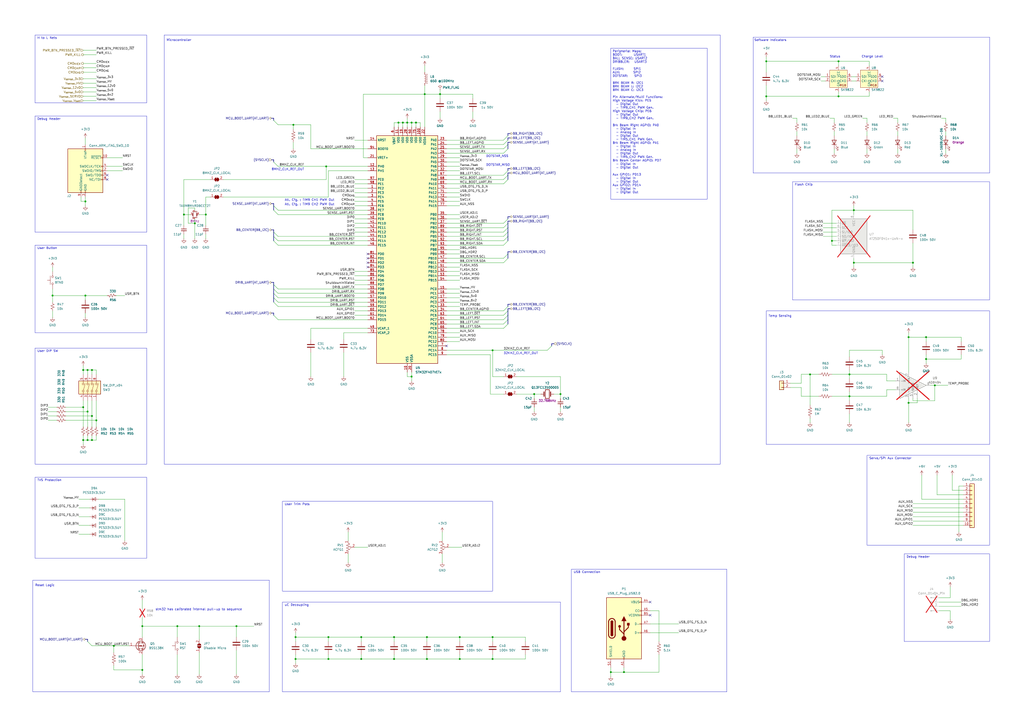
<source format=kicad_sch>
(kicad_sch (version 20230121) (generator eeschema)
  (paper "A2")
  (title_block (title "Kicker") (date "2024-05-23") (rev "3.1") (company "The A-Team (RC SSL)") (comment 1 "W. Stuckey"))
  (junction (at 266.7 369.57))
  (junction (at 231.14 71.12))
  (junction (at 113.03 129.54))
  (junction (at 236.22 71.12))
  (junction (at 444.5 35.56))
  (junction (at 266.7 382.27))
  (junction (at 325.12 228.6))
  (junction (at 82.55 388.62))
  (junction (at 50.8 214.63))
  (junction (at 171.45 369.57))
  (junction (at 170.18 72.39))
  (junction (at 285.75 203.2))
  (junction (at 527.05 195.58))
  (junction (at 285.75 369.57))
  (junction (at 102.87 363.22))
  (junction (at 486.41 35.56))
  (junction (at 53.34 214.63))
  (junction (at 495.3 152.4))
  (junction (at 189.23 96.52))
  (junction (at 241.3 71.12))
  (junction (at 361.95 389.89))
  (junction (at 49.53 171.45))
  (junction (at 247.65 382.27))
  (junction (at 495.3 121.92))
  (junction (at 529.59 152.4))
  (junction (at 246.38 54.61))
  (junction (at 247.65 369.57))
  (junction (at 48.26 236.22))
  (junction (at 55.88 243.84))
  (junction (at 82.55 363.22))
  (junction (at 238.76 218.44))
  (junction (at 542.29 223.52))
  (junction (at 537.21 208.28))
  (junction (at 49.53 116.84))
  (junction (at 255.27 54.61))
  (junction (at 527.05 233.68))
  (junction (at 309.88 228.6))
  (junction (at 53.34 241.3))
  (junction (at 190.5 382.27))
  (junction (at 50.8 255.27))
  (junction (at 106.68 124.46))
  (junction (at 238.76 71.12))
  (junction (at 209.55 369.57))
  (junction (at 171.45 382.27))
  (junction (at 48.26 255.27))
  (junction (at 492.76 229.87))
  (junction (at 285.75 382.27))
  (junction (at 469.9 217.17))
  (junction (at 137.16 363.22))
  (junction (at 53.34 255.27))
  (junction (at 48.26 214.63))
  (junction (at 50.8 238.76))
  (junction (at 30.48 171.45))
  (junction (at 190.5 369.57))
  (junction (at 119.38 124.46))
  (junction (at 537.21 195.58))
  (junction (at 228.6 382.27))
  (junction (at 444.5 55.88))
  (junction (at 492.76 217.17))
  (junction (at 66.04 374.65))
  (junction (at 486.41 55.88))
  (junction (at 228.6 369.57))
  (junction (at 209.55 382.27))
  (junction (at 233.68 71.12))
  (junction (at 115.57 363.22))
  (junction (at 482.6 139.7))
  (junction (at 354.33 389.89))
  (no_connect (at 213.36 152.4))
  (no_connect (at 377.19 356.87))
  (no_connect (at 213.36 154.94))
  (no_connect (at 511.81 44.45))
  (no_connect (at 259.08 200.66))
  (no_connect (at 377.19 349.25))
  (no_connect (at 62.23 104.14))
  (no_connect (at 213.36 147.32))
  (no_connect (at 511.81 46.99))
  (no_connect (at 62.23 101.6))
  (no_connect (at 213.36 149.86))
  (bus_entry (at 294.64 86.36) (size -2.54 2.54))
  (bus_entry (at 294.64 83.82) (size -2.54 2.54))
  (bus_entry (at 158.75 170.18) (size 2.54 2.54))
  (bus_entry (at 294.64 129.54) (size -2.54 2.54))
  (bus_entry (at 294.64 127) (size -2.54 2.54))
  (bus_entry (at 158.75 134.62) (size 2.54 2.54))
  (bus_entry (at 50.8 372.11) (size 2.54 2.54))
  (bus_entry (at 294.64 147.32) (size -2.54 2.54))
  (bus_entry (at 294.64 180.34) (size -2.54 2.54))
  (bus_entry (at 158.75 139.7) (size 2.54 2.54))
  (bus_entry (at 158.75 182.88) (size 2.54 2.54))
  (bus_entry (at 158.75 165.1) (size 2.54 2.54))
  (bus_entry (at 158.75 119.38) (size 2.54 2.54))
  (bus_entry (at 294.64 139.7) (size -2.54 2.54))
  (bus_entry (at 294.64 81.28) (size -2.54 2.54))
  (bus_entry (at 158.75 137.16) (size 2.54 2.54))
  (bus_entry (at 294.64 101.6) (size -2.54 2.54))
  (bus_entry (at 158.75 175.26) (size 2.54 2.54))
  (bus_entry (at 294.64 149.86) (size -2.54 2.54))
  (bus_entry (at 158.75 69.85) (size 2.54 2.54))
  (bus_entry (at 294.64 78.74) (size -2.54 2.54))
  (bus_entry (at 294.64 132.08) (size -2.54 2.54))
  (bus_entry (at 294.64 104.14) (size -2.54 2.54))
  (bus_entry (at 294.64 137.16) (size -2.54 2.54))
  (bus_entry (at 158.75 167.64) (size 2.54 2.54))
  (bus_entry (at 294.64 182.88) (size -2.54 2.54))
  (bus_entry (at 294.64 187.96) (size -2.54 2.54))
  (bus_entry (at 158.75 93.98) (size 2.54 2.54))
  (bus_entry (at 294.64 99.06) (size -2.54 2.54))
  (bus_entry (at 158.75 172.72) (size 2.54 2.54))
  (bus_entry (at 158.75 121.92) (size 2.54 2.54))
  (bus_entry (at 320.04 200.66) (size -2.54 2.54))
  (bus_entry (at 294.64 185.42) (size -2.54 2.54))
  (bus_entry (at 294.64 177.8) (size -2.54 2.54))
  (bus_entry (at 294.64 134.62) (size -2.54 2.54))
  (wire (pts (xy 247.65 372.11) (xy 247.65 369.57)))
  (wire (pts (xy 247.65 369.57) (xy 228.6 369.57)))
  (wire (pts (xy 213.36 132.08) (xy 205.74 132.08)))
  (wire (pts (xy 266.7 170.18) (xy 259.08 170.18)))
  (bus (pts (xy 158.75 134.62) (xy 158.75 137.16)))
  (wire (pts (xy 115.57 124.46) (xy 119.38 124.46)))
  (wire (pts (xy 48.26 217.17) (xy 48.26 214.63)))
  (wire (pts (xy 527.05 195.58) (xy 527.05 215.9)))
  (bus (pts (xy 157.48 133.35) (xy 158.75 133.35)))
  (bus (pts (xy 294.64 176.53) (xy 294.64 177.8)))
  (bus (pts (xy 295.91 97.79) (xy 294.64 97.79)))
  (wire (pts (xy 266.7 175.26) (xy 259.08 175.26)))
  (wire (pts (xy 537.21 198.12) (xy 537.21 195.58)))
  (wire (pts (xy 45.72 294.64) (xy 52.07 294.64)))
  (wire (pts (xy 106.68 104.14) (xy 106.68 124.46)))
  (wire (pts (xy 106.68 135.89) (xy 106.68 138.43)))
  (wire (pts (xy 469.9 217.17) (xy 474.98 217.17)))
  (wire (pts (xy 50.8 232.41) (xy 50.8 238.76)))
  (wire (pts (xy 519.43 226.06) (xy 514.35 226.06)))
  (bus (pts (xy 295.91 100.33) (xy 294.64 100.33)))
  (wire (pts (xy 38.1 236.22) (xy 48.26 236.22)))
  (wire (pts (xy 259.08 203.2) (xy 285.75 203.2)))
  (wire (pts (xy 529.59 299.72) (xy 558.8 299.72)))
  (wire (pts (xy 519.43 220.98) (xy 514.35 220.98)))
  (wire (pts (xy 520.7 86.36) (xy 520.7 88.9)))
  (wire (pts (xy 55.88 214.63) (xy 53.34 214.63)))
  (wire (pts (xy 115.57 378.46) (xy 115.57 391.16)))
  (wire (pts (xy 476.25 44.45) (xy 478.79 44.45)))
  (wire (pts (xy 266.7 127) (xy 259.08 127)))
  (wire (pts (xy 482.6 142.24) (xy 482.6 139.7)))
  (bus (pts (xy 158.75 137.16) (xy 158.75 139.7)))
  (bus (pts (xy 321.31 199.39) (xy 320.04 199.39)))
  (polyline (pts (xy 85.09 67.31) (xy 85.09 134.62)))
  (wire (pts (xy 495.3 121.92) (xy 529.59 121.92)))
  (wire (pts (xy 266.7 167.64) (xy 259.08 167.64)))
  (wire (pts (xy 259.08 160.02) (xy 266.7 160.02)))
  (bus (pts (xy 49.53 370.84) (xy 50.8 370.84)))
  (wire (pts (xy 45.72 299.72) (xy 52.07 299.72)))
  (wire (pts (xy 259.08 96.52) (xy 266.7 96.52)))
  (wire (pts (xy 259.08 93.98) (xy 266.7 93.98)))
  (wire (pts (xy 495.3 152.4) (xy 495.3 154.94)))
  (wire (pts (xy 30.48 171.45) (xy 49.53 171.45)))
  (wire (pts (xy 49.53 114.3) (xy 49.53 116.84)))
  (wire (pts (xy 228.6 73.66) (xy 228.6 71.12)))
  (wire (pts (xy 228.6 379.73) (xy 228.6 382.27)))
  (wire (pts (xy 67.31 171.45) (xy 72.39 171.45)))
  (wire (pts (xy 205.74 104.14) (xy 213.36 104.14)))
  (wire (pts (xy 532.13 231.14) (xy 532.13 233.68)))
  (bus (pts (xy 158.75 118.11) (xy 158.75 119.38)))
  (wire (pts (xy 529.59 232.41) (xy 542.29 232.41)))
  (wire (pts (xy 259.08 152.4) (xy 292.1 152.4)))
  (wire (pts (xy 444.5 55.88) (xy 486.41 55.88)))
  (wire (pts (xy 462.28 68.58) (xy 462.28 71.12)))
  (bus (pts (xy 294.64 125.73) (xy 294.64 127)))
  (wire (pts (xy 247.65 382.27) (xy 228.6 382.27)))
  (wire (pts (xy 106.68 130.81) (xy 106.68 124.46)))
  (wire (pts (xy 121.92 114.3) (xy 119.38 114.3)))
  (wire (pts (xy 259.08 91.44) (xy 266.7 91.44)))
  (wire (pts (xy 247.65 379.73) (xy 247.65 382.27)))
  (wire (pts (xy 201.93 308.61) (xy 201.93 313.69)))
  (wire (pts (xy 228.6 369.57) (xy 209.55 369.57)))
  (wire (pts (xy 259.08 116.84) (xy 266.7 116.84)))
  (wire (pts (xy 486.41 35.56) (xy 504.19 35.56)))
  (wire (pts (xy 285.75 369.57) (xy 266.7 369.57)))
  (wire (pts (xy 482.6 139.7) (xy 482.6 121.92)))
  (wire (pts (xy 464.82 217.17) (xy 469.9 217.17)))
  (wire (pts (xy 171.45 379.73) (xy 171.45 382.27)))
  (wire (pts (xy 485.14 139.7) (xy 482.6 139.7)))
  (wire (pts (xy 171.45 369.57) (xy 171.45 372.11)))
  (wire (pts (xy 243.84 71.12) (xy 241.3 71.12)))
  (wire (pts (xy 213.36 116.84) (xy 205.74 116.84)))
  (wire (pts (xy 161.29 177.8) (xy 213.36 177.8)))
  (bus (pts (xy 294.64 147.32) (xy 294.64 149.86)))
  (bus (pts (xy 158.75 163.83) (xy 158.75 165.1)))
  (bus (pts (xy 320.04 199.39) (xy 320.04 200.66)))
  (wire (pts (xy 55.88 48.26) (xy 48.26 48.26)))
  (polyline (pts (xy 85.09 134.62) (xy 20.32 134.62)))
  (wire (pts (xy 243.84 73.66) (xy 243.84 71.12)))
  (wire (pts (xy 171.45 367.03) (xy 171.45 369.57)))
  (wire (pts (xy 210.82 54.61) (xy 246.38 54.61)))
  (bus (pts (xy 295.91 146.05) (xy 294.64 146.05)))
  (wire (pts (xy 38.1 238.76) (xy 50.8 238.76)))
  (wire (pts (xy 496.57 46.99) (xy 494.03 46.99)))
  (wire (pts (xy 38.1 241.3) (xy 53.34 241.3)))
  (wire (pts (xy 483.87 76.2) (xy 483.87 78.74)))
  (wire (pts (xy 502.92 68.58) (xy 502.92 71.12)))
  (wire (pts (xy 180.34 204.47) (xy 180.34 218.44)))
  (wire (pts (xy 30.48 180.34) (xy 30.48 184.15)))
  (wire (pts (xy 113.03 129.54) (xy 113.03 138.43)))
  (wire (pts (xy 266.7 369.57) (xy 247.65 369.57)))
  (wire (pts (xy 259.08 111.76) (xy 266.7 111.76)))
  (wire (pts (xy 527.05 231.14) (xy 527.05 233.68)))
  (wire (pts (xy 557.53 208.28) (xy 537.21 208.28)))
  (bus (pts (xy 295.91 176.53) (xy 294.64 176.53)))
  (wire (pts (xy 113.03 121.92) (xy 113.03 120.65)))
  (wire (pts (xy 199.39 193.04) (xy 213.36 193.04)))
  (wire (pts (xy 486.41 55.88) (xy 504.19 55.88)))
  (wire (pts (xy 213.36 91.44) (xy 210.82 91.44)))
  (wire (pts (xy 285.75 218.44) (xy 285.75 203.2)))
  (bus (pts (xy 294.64 137.16) (xy 294.64 139.7)))
  (wire (pts (xy 459.74 68.58) (xy 462.28 68.58)))
  (wire (pts (xy 161.29 137.16) (xy 213.36 137.16)))
  (wire (pts (xy 49.53 181.61) (xy 49.53 184.15)))
  (wire (pts (xy 259.08 129.54) (xy 292.1 129.54)))
  (wire (pts (xy 482.6 229.87) (xy 492.76 229.87)))
  (wire (pts (xy 514.35 226.06) (xy 514.35 229.87)))
  (bus (pts (xy 294.64 100.33) (xy 294.64 101.6)))
  (wire (pts (xy 48.26 255.27) (xy 48.26 252.73)))
  (wire (pts (xy 492.76 217.17) (xy 514.35 217.17)))
  (wire (pts (xy 48.26 214.63) (xy 48.26 212.09)))
  (wire (pts (xy 66.04 388.62) (xy 82.55 388.62)))
  (wire (pts (xy 62.23 99.06) (xy 71.12 99.06)))
  (wire (pts (xy 205.74 165.1) (xy 213.36 165.1)))
  (wire (pts (xy 102.87 379.73) (xy 102.87 391.16)))
  (wire (pts (xy 546.1 68.58) (xy 548.64 68.58)))
  (wire (pts (xy 53.34 217.17) (xy 53.34 214.63)))
  (wire (pts (xy 113.03 127) (xy 113.03 129.54)))
  (wire (pts (xy 552.45 284.48) (xy 558.8 284.48)))
  (bus (pts (xy 157.48 68.58) (xy 158.75 68.58)))
  (wire (pts (xy 549.91 223.52) (xy 542.29 223.52)))
  (wire (pts (xy 53.34 252.73) (xy 53.34 255.27)))
  (wire (pts (xy 199.39 196.85) (xy 199.39 193.04)))
  (wire (pts (xy 259.08 187.96) (xy 292.1 187.96)))
  (wire (pts (xy 377.19 361.95) (xy 393.7 361.95)))
  (wire (pts (xy 458.47 224.79) (xy 464.82 224.79)))
  (wire (pts (xy 106.68 124.46) (xy 110.49 124.46)))
  (wire (pts (xy 213.36 127) (xy 205.74 127)))
  (wire (pts (xy 481.33 68.58) (xy 483.87 68.58)))
  (bus (pts (xy 295.91 80.01) (xy 294.64 80.01)))
  (wire (pts (xy 469.9 242.57) (xy 469.9 245.11)))
  (wire (pts (xy 542.29 223.52) (xy 539.75 223.52)))
  (bus (pts (xy 157.48 118.11) (xy 158.75 118.11)))
  (wire (pts (xy 38.1 243.84) (xy 55.88 243.84)))
  (wire (pts (xy 309.88 228.6) (xy 313.69 228.6)))
  (wire (pts (xy 492.76 229.87) (xy 514.35 229.87)))
  (wire (pts (xy 49.53 171.45) (xy 62.23 171.45)))
  (wire (pts (xy 285.75 372.11) (xy 285.75 369.57)))
  (wire (pts (xy 228.6 382.27) (xy 209.55 382.27)))
  (wire (pts (xy 266.7 372.11) (xy 266.7 369.57)))
  (wire (pts (xy 259.08 83.82) (xy 292.1 83.82)))
  (wire (pts (xy 201.93 321.31) (xy 201.93 326.39)))
  (wire (pts (xy 462.28 86.36) (xy 462.28 88.9)))
  (wire (pts (xy 161.29 96.52) (xy 189.23 96.52)))
  (wire (pts (xy 129.54 104.14) (xy 189.23 104.14)))
  (wire (pts (xy 514.35 217.17) (xy 514.35 220.98)))
  (wire (pts (xy 190.5 99.06) (xy 213.36 99.06)))
  (wire (pts (xy 556.26 281.94) (xy 556.26 308.61)))
  (wire (pts (xy 236.22 215.9) (xy 236.22 218.44)))
  (wire (pts (xy 544.83 349.25) (xy 557.53 349.25)))
  (polyline (pts (xy 574.04 21.59) (xy 574.04 100.33)))
  (wire (pts (xy 500.38 68.58) (xy 502.92 68.58)))
  (wire (pts (xy 50.8 252.73) (xy 50.8 255.27)))
  (wire (pts (xy 557.53 198.12) (xy 557.53 195.58)))
  (bus (pts (xy 294.64 146.05) (xy 294.64 147.32)))
  (bus (pts (xy 294.64 180.34) (xy 294.64 182.88)))
  (wire (pts (xy 246.38 54.61) (xy 255.27 54.61)))
  (wire (pts (xy 267.97 317.5) (xy 260.35 317.5)))
  (wire (pts (xy 361.95 387.35) (xy 361.95 389.89)))
  (wire (pts (xy 382.27 354.33) (xy 382.27 372.11)))
  (bus (pts (xy 294.64 134.62) (xy 294.64 137.16)))
  (wire (pts (xy 495.3 119.38) (xy 495.3 121.92)))
  (wire (pts (xy 486.41 53.34) (xy 486.41 55.88)))
  (wire (pts (xy 492.76 217.17) (xy 492.76 219.71)))
  (wire (pts (xy 55.88 252.73) (xy 55.88 255.27)))
  (wire (pts (xy 259.08 132.08) (xy 292.1 132.08)))
  (wire (pts (xy 62.23 96.52) (xy 71.12 96.52)))
  (wire (pts (xy 551.18 340.36) (xy 551.18 346.71)))
  (wire (pts (xy 482.6 121.92) (xy 495.3 121.92)))
  (wire (pts (xy 483.87 68.58) (xy 483.87 71.12)))
  (wire (pts (xy 259.08 190.5) (xy 292.1 190.5)))
  (wire (pts (xy 190.5 369.57) (xy 190.5 372.11)))
  (wire (pts (xy 129.54 114.3) (xy 190.5 114.3)))
  (wire (pts (xy 534.67 275.59) (xy 534.67 289.56)))
  (wire (pts (xy 543.56 275.59) (xy 543.56 287.02)))
  (wire (pts (xy 504.19 53.34) (xy 504.19 55.88)))
  (wire (pts (xy 161.29 121.92) (xy 213.36 121.92)))
  (wire (pts (xy 238.76 218.44) (xy 238.76 220.98)))
  (wire (pts (xy 274.32 64.77) (xy 274.32 68.58)))
  (wire (pts (xy 82.55 363.22) (xy 82.55 369.57)))
  (wire (pts (xy 180.34 196.85) (xy 180.34 190.5)))
  (wire (pts (xy 57.15 289.56) (xy 72.39 289.56)))
  (wire (pts (xy 543.56 287.02) (xy 558.8 287.02)))
  (wire (pts (xy 161.29 172.72) (xy 213.36 172.72)))
  (wire (pts (xy 213.36 119.38) (xy 205.74 119.38)))
  (bus (pts (xy 294.64 128.27) (xy 294.64 129.54)))
  (bus (pts (xy 158.75 165.1) (xy 158.75 167.64)))
  (wire (pts (xy 542.29 232.41) (xy 542.29 223.52)))
  (polyline (pts (xy 20.32 67.31) (xy 20.32 134.62)))
  (wire (pts (xy 209.55 379.73) (xy 209.55 382.27)))
  (wire (pts (xy 299.72 228.6) (xy 309.88 228.6)))
  (wire (pts (xy 27.94 241.3) (xy 33.02 241.3)))
  (wire (pts (xy 266.7 177.8) (xy 259.08 177.8)))
  (wire (pts (xy 304.8 379.73) (xy 304.8 382.27)))
  (wire (pts (xy 236.22 68.58) (xy 236.22 71.12)))
  (wire (pts (xy 137.16 363.22) (xy 147.32 363.22)))
  (wire (pts (xy 529.59 302.26) (xy 558.8 302.26)))
  (wire (pts (xy 55.88 217.17) (xy 55.88 214.63)))
  (bus (pts (xy 295.91 128.27) (xy 294.64 128.27)))
  (bus (pts (xy 295.91 179.07) (xy 294.64 179.07)))
  (wire (pts (xy 476.25 46.99) (xy 478.79 46.99)))
  (wire (pts (xy 548.64 68.58) (xy 548.64 71.12)))
  (wire (pts (xy 115.57 363.22) (xy 115.57 370.84)))
  (bus (pts (xy 294.64 77.47) (xy 294.64 78.74)))
  (wire (pts (xy 82.55 388.62) (xy 82.55 391.16)))
  (wire (pts (xy 444.5 55.88) (xy 444.5 58.42)))
  (wire (pts (xy 137.16 377.19) (xy 137.16 391.16)))
  (wire (pts (xy 377.19 367.03) (xy 393.7 367.03)))
  (wire (pts (xy 259.08 139.7) (xy 292.1 139.7)))
  (wire (pts (xy 231.14 73.66) (xy 231.14 71.12)))
  (wire (pts (xy 464.82 229.87) (xy 474.98 229.87)))
  (wire (pts (xy 485.14 132.08) (xy 477.52 132.08)))
  (wire (pts (xy 354.33 387.35) (xy 354.33 389.89)))
  (wire (pts (xy 66.04 374.65) (xy 66.04 378.46)))
  (wire (pts (xy 161.29 170.18) (xy 213.36 170.18)))
  (wire (pts (xy 170.18 72.39) (xy 180.34 72.39)))
  (wire (pts (xy 259.08 198.12) (xy 266.7 198.12)))
  (wire (pts (xy 486.41 35.56) (xy 486.41 38.1)))
  (wire (pts (xy 46.99 114.3) (xy 46.99 116.84)))
  (wire (pts (xy 529.59 231.14) (xy 529.59 232.41)))
  (wire (pts (xy 464.82 222.25) (xy 464.82 217.17)))
  (wire (pts (xy 458.47 222.25) (xy 464.82 222.25)))
  (wire (pts (xy 321.31 228.6) (xy 325.12 228.6)))
  (wire (pts (xy 55.88 243.84) (xy 55.88 247.65)))
  (wire (pts (xy 259.08 86.36) (xy 292.1 86.36)))
  (wire (pts (xy 259.08 81.28) (xy 292.1 81.28)))
  (wire (pts (xy 199.39 204.47) (xy 199.39 218.44)))
  (wire (pts (xy 259.08 99.06) (xy 266.7 99.06)))
  (wire (pts (xy 49.53 171.45) (xy 49.53 173.99)))
  (wire (pts (xy 537.21 205.74) (xy 537.21 208.28)))
  (wire (pts (xy 382.27 389.89) (xy 361.95 389.89)))
  (wire (pts (xy 238.76 73.66) (xy 238.76 71.12)))
  (wire (pts (xy 213.36 162.56) (xy 205.74 162.56)))
  (wire (pts (xy 557.53 195.58) (xy 537.21 195.58)))
  (wire (pts (xy 238.76 71.12) (xy 236.22 71.12)))
  (wire (pts (xy 233.68 73.66) (xy 233.68 71.12)))
  (wire (pts (xy 236.22 218.44) (xy 238.76 218.44)))
  (wire (pts (xy 464.82 224.79) (xy 464.82 229.87)))
  (wire (pts (xy 137.16 363.22) (xy 137.16 369.57)))
  (wire (pts (xy 231.14 71.12) (xy 233.68 71.12)))
  (wire (pts (xy 259.08 147.32) (xy 266.7 147.32)))
  (wire (pts (xy 213.36 160.02) (xy 205.74 160.02)))
  (bus (pts (xy 158.75 133.35) (xy 158.75 134.62)))
  (wire (pts (xy 259.08 162.56) (xy 266.7 162.56)))
  (wire (pts (xy 210.82 91.44) (xy 210.82 54.61)))
  (wire (pts (xy 109.22 120.65) (xy 109.22 129.54)))
  (wire (pts (xy 55.88 232.41) (xy 55.88 243.84)))
  (wire (pts (xy 259.08 114.3) (xy 266.7 114.3)))
  (wire (pts (xy 55.88 53.34) (xy 48.26 53.34)))
  (wire (pts (xy 492.76 227.33) (xy 492.76 229.87)))
  (wire (pts (xy 485.14 137.16) (xy 477.52 137.16)))
  (wire (pts (xy 30.48 171.45) (xy 30.48 175.26)))
  (wire (pts (xy 109.22 129.54) (xy 113.03 129.54)))
  (bus (pts (xy 294.64 97.79) (xy 294.64 99.06)))
  (wire (pts (xy 228.6 71.12) (xy 231.14 71.12)))
  (wire (pts (xy 548.64 86.36) (xy 548.64 88.9)))
  (bus (pts (xy 158.75 119.38) (xy 158.75 121.92)))
  (wire (pts (xy 48.26 41.91) (xy 55.88 41.91)))
  (wire (pts (xy 259.08 157.48) (xy 266.7 157.48)))
  (wire (pts (xy 213.36 180.34) (xy 205.74 180.34)))
  (wire (pts (xy 72.39 289.56) (xy 72.39 313.69)))
  (bus (pts (xy 295.91 125.73) (xy 294.64 125.73)))
  (wire (pts (xy 180.34 72.39) (xy 180.34 86.36)))
  (wire (pts (xy 444.5 33.02) (xy 444.5 35.56)))
  (wire (pts (xy 53.34 241.3) (xy 53.34 247.65)))
  (wire (pts (xy 180.34 86.36) (xy 213.36 86.36)))
  (wire (pts (xy 259.08 149.86) (xy 292.1 149.86)))
  (wire (pts (xy 377.19 354.33) (xy 382.27 354.33)))
  (wire (pts (xy 161.29 139.7) (xy 213.36 139.7)))
  (wire (pts (xy 469.9 217.17) (xy 469.9 234.95)))
  (polyline (pts (xy 436.88 100.33) (xy 574.04 100.33)))
  (wire (pts (xy 236.22 71.12) (xy 236.22 73.66)))
  (wire (pts (xy 48.26 36.83) (xy 55.88 36.83)))
  (wire (pts (xy 115.57 363.22) (xy 137.16 363.22)))
  (wire (pts (xy 246.38 73.66) (xy 246.38 54.61)))
  (wire (pts (xy 496.57 44.45) (xy 494.03 44.45)))
  (wire (pts (xy 45.72 289.56) (xy 52.07 289.56)))
  (wire (pts (xy 495.3 152.4) (xy 529.59 152.4)))
  (wire (pts (xy 213.36 129.54) (xy 205.74 129.54)))
  (wire (pts (xy 266.7 124.46) (xy 259.08 124.46)))
  (wire (pts (xy 548.64 78.74) (xy 548.64 76.2)))
  (wire (pts (xy 102.87 363.22) (xy 102.87 369.57)))
  (wire (pts (xy 259.08 119.38) (xy 266.7 119.38)))
  (wire (pts (xy 255.27 54.61) (xy 255.27 57.15)))
  (wire (pts (xy 66.04 386.08) (xy 66.04 388.62)))
  (wire (pts (xy 485.14 129.54) (xy 477.52 129.54)))
  (wire (pts (xy 495.3 149.86) (xy 495.3 152.4)))
  (wire (pts (xy 520.7 68.58) (xy 520.7 71.12)))
  (wire (pts (xy 190.5 114.3) (xy 190.5 99.06)))
  (bus (pts (xy 158.75 170.18) (xy 158.75 172.72)))
  (wire (pts (xy 558.8 281.94) (xy 556.26 281.94)))
  (wire (pts (xy 259.08 134.62) (xy 292.1 134.62)))
  (wire (pts (xy 53.34 255.27) (xy 50.8 255.27)))
  (wire (pts (xy 325.12 228.6) (xy 325.12 231.14)))
  (wire (pts (xy 121.92 104.14) (xy 106.68 104.14)))
  (bus (pts (xy 158.75 181.61) (xy 158.75 182.88)))
  (wire (pts (xy 171.45 382.27) (xy 171.45 384.81)))
  (wire (pts (xy 354.33 389.89) (xy 354.33 392.43)))
  (wire (pts (xy 444.5 49.53) (xy 444.5 55.88)))
  (bus (pts (xy 158.75 68.58) (xy 158.75 69.85)))
  (wire (pts (xy 53.34 232.41) (xy 53.34 241.3)))
  (wire (pts (xy 299.72 218.44) (xy 325.12 218.44)))
  (wire (pts (xy 292.1 218.44) (xy 285.75 218.44)))
  (bus (pts (xy 294.64 82.55) (xy 294.64 83.82)))
  (wire (pts (xy 55.88 255.27) (xy 53.34 255.27)))
  (wire (pts (xy 529.59 297.18) (xy 558.8 297.18)))
  (wire (pts (xy 48.26 45.72) (xy 55.88 45.72)))
  (bus (pts (xy 158.75 92.71) (xy 158.75 93.98)))
  (wire (pts (xy 48.26 58.42) (xy 55.88 58.42)))
  (wire (pts (xy 190.5 382.27) (xy 209.55 382.27)))
  (wire (pts (xy 161.29 175.26) (xy 213.36 175.26)))
  (wire (pts (xy 119.38 135.89) (xy 119.38 138.43)))
  (wire (pts (xy 266.7 382.27) (xy 247.65 382.27)))
  (bus (pts (xy 294.64 182.88) (xy 294.64 185.42)))
  (wire (pts (xy 209.55 372.11) (xy 209.55 369.57)))
  (wire (pts (xy 213.36 111.76) (xy 205.74 111.76)))
  (bus (pts (xy 158.75 172.72) (xy 158.75 175.26)))
  (wire (pts (xy 285.75 203.2) (xy 317.5 203.2)))
  (wire (pts (xy 529.59 304.8) (xy 558.8 304.8)))
  (wire (pts (xy 259.08 101.6) (xy 292.1 101.6)))
  (wire (pts (xy 492.76 240.03) (xy 492.76 245.11)))
  (wire (pts (xy 483.87 86.36) (xy 483.87 88.9)))
  (wire (pts (xy 495.3 124.46) (xy 495.3 121.92)))
  (wire (pts (xy 49.53 116.84) (xy 49.53 119.38)))
  (wire (pts (xy 52.07 309.88) (xy 45.72 309.88)))
  (wire (pts (xy 527.05 233.68) (xy 527.05 245.11)))
  (wire (pts (xy 213.36 114.3) (xy 205.74 114.3)))
  (bus (pts (xy 294.64 80.01) (xy 294.64 81.28)))
  (wire (pts (xy 518.16 68.58) (xy 520.7 68.58)))
  (wire (pts (xy 292.1 228.6) (xy 284.48 228.6)))
  (wire (pts (xy 180.34 190.5) (xy 213.36 190.5)))
  (wire (pts (xy 213.36 182.88) (xy 205.74 182.88)))
  (wire (pts (xy 213.36 109.22) (xy 205.74 109.22)))
  (wire (pts (xy 284.48 205.74) (xy 259.08 205.74)))
  (wire (pts (xy 246.38 38.1) (xy 246.38 41.91)))
  (bus (pts (xy 157.48 92.71) (xy 158.75 92.71)))
  (wire (pts (xy 189.23 96.52) (xy 189.23 104.14)))
  (wire (pts (xy 170.18 82.55) (xy 170.18 86.36)))
  (wire (pts (xy 102.87 363.22) (xy 82.55 363.22)))
  (wire (pts (xy 485.14 134.62) (xy 477.52 134.62)))
  (wire (pts (xy 266.7 379.73) (xy 266.7 382.27)))
  (wire (pts (xy 161.29 72.39) (xy 170.18 72.39)))
  (wire (pts (xy 213.36 157.48) (xy 205.74 157.48)))
  (wire (pts (xy 66.04 374.65) (xy 74.93 374.65)))
  (bus (pts (xy 294.64 83.82) (xy 294.64 86.36)))
  (wire (pts (xy 259.08 193.04) (xy 266.7 193.04)))
  (bus (pts (xy 157.48 181.61) (xy 158.75 181.61)))
  (wire (pts (xy 544.83 351.79) (xy 557.53 351.79)))
  (wire (pts (xy 82.55 379.73) (xy 82.55 388.62)))
  (wire (pts (xy 48.26 257.81) (xy 48.26 255.27)))
  (bus (pts (xy 294.64 185.42) (xy 294.64 187.96)))
  (wire (pts (xy 284.48 228.6) (xy 284.48 205.74)))
  (wire (pts (xy 171.45 382.27) (xy 190.5 382.27)))
  (wire (pts (xy 50.8 238.76) (xy 50.8 247.65)))
  (wire (pts (xy 189.23 96.52) (xy 213.36 96.52)))
  (wire (pts (xy 161.29 124.46) (xy 213.36 124.46)))
  (wire (pts (xy 228.6 372.11) (xy 228.6 369.57)))
  (wire (pts (xy 46.99 116.84) (xy 49.53 116.84)))
  (wire (pts (xy 48.26 31.75) (xy 55.88 31.75)))
  (wire (pts (xy 259.08 182.88) (xy 292.1 182.88)))
  (wire (pts (xy 534.67 289.56) (xy 558.8 289.56)))
  (wire (pts (xy 259.08 88.9) (xy 292.1 88.9)))
  (wire (pts (xy 190.5 379.73) (xy 190.5 382.27)))
  (wire (pts (xy 50.8 217.17) (xy 50.8 214.63)))
  (wire (pts (xy 49.53 80.01) (xy 49.53 83.82)))
  (wire (pts (xy 259.08 104.14) (xy 292.1 104.14)))
  (wire (pts (xy 48.26 236.22) (xy 48.26 247.65)))
  (wire (pts (xy 30.48 167.64) (xy 30.48 171.45)))
  (wire (pts (xy 190.5 369.57) (xy 209.55 369.57)))
  (wire (pts (xy 259.08 109.22) (xy 266.7 109.22)))
  (wire (pts (xy 557.53 205.74) (xy 557.53 208.28)))
  (wire (pts (xy 502.92 76.2) (xy 502.92 78.74)))
  (wire (pts (xy 502.92 86.36) (xy 502.92 88.9)))
  (wire (pts (xy 48.26 232.41) (xy 48.26 236.22)))
  (wire (pts (xy 27.94 236.22) (xy 33.02 236.22)))
  (wire (pts (xy 532.13 233.68) (xy 527.05 233.68)))
  (wire (pts (xy 53.34 374.65) (xy 66.04 374.65)))
  (wire (pts (xy 259.08 144.78) (xy 266.7 144.78)))
  (wire (pts (xy 482.6 217.17) (xy 492.76 217.17)))
  (wire (pts (xy 529.59 292.1) (xy 558.8 292.1)))
  (wire (pts (xy 48.26 29.21) (xy 55.88 29.21)))
  (bus (pts (xy 158.75 167.64) (xy 158.75 170.18)))
  (wire (pts (xy 170.18 74.93) (xy 170.18 72.39)))
  (wire (pts (xy 492.76 203.2) (xy 511.81 203.2)))
  (wire (pts (xy 529.59 294.64) (xy 558.8 294.64)))
  (wire (pts (xy 48.26 39.37) (xy 55.88 39.37)))
  (wire (pts (xy 520.7 76.2) (xy 520.7 78.74)))
  (wire (pts (xy 259.08 137.16) (xy 292.1 137.16)))
  (wire (pts (xy 50.8 214.63) (xy 48.26 214.63)))
  (wire (pts (xy 241.3 71.12) (xy 238.76 71.12)))
  (wire (pts (xy 27.94 238.76) (xy 33.02 238.76)))
  (wire (pts (xy 361.95 389.89) (xy 354.33 389.89)))
  (wire (pts (xy 205.74 81.28) (xy 213.36 81.28)))
  (wire (pts (xy 259.08 185.42) (xy 292.1 185.42)))
  (wire (pts (xy 55.88 50.8) (xy 48.26 50.8)))
  (wire (pts (xy 492.76 229.87) (xy 492.76 232.41)))
  (wire (pts (xy 537.21 208.28) (xy 537.21 210.82)))
  (wire (pts (xy 492.76 214.63) (xy 492.76 217.17)))
  (wire (pts (xy 255.27 52.07) (xy 255.27 54.61)))
  (wire (pts (xy 50.8 255.27) (xy 48.26 255.27)))
  (wire (pts (xy 266.7 172.72) (xy 259.08 172.72)))
  (wire (pts (xy 259.08 180.34) (xy 292.1 180.34)))
  (wire (pts (xy 113.03 120.65) (xy 109.22 120.65)))
  (bus (pts (xy 295.91 82.55) (xy 294.64 82.55)))
  (wire (pts (xy 504.19 35.56) (xy 504.19 38.1)))
  (wire (pts (xy 529.59 121.92) (xy 529.59 133.35)))
  (wire (pts (xy 444.5 35.56) (xy 444.5 41.91)))
  (wire (pts (xy 285.75 382.27) (xy 266.7 382.27)))
  (wire (pts (xy 53.34 214.63) (xy 50.8 214.63)))
  (wire (pts (xy 27.94 243.84) (xy 33.02 243.84)))
  (wire (pts (xy 119.38 124.46) (xy 119.38 130.81)))
  (wire (pts (xy 304.8 382.27) (xy 285.75 382.27)))
  (wire (pts (xy 161.29 142.24) (xy 213.36 142.24)))
  (wire (pts (xy 241.3 73.66) (xy 241.3 71.12)))
  (bus (pts (xy 157.48 163.83) (xy 158.75 163.83)))
  (wire (pts (xy 551.18 354.33) (xy 551.18 359.41)))
  (bus (pts (xy 50.8 370.84) (xy 50.8 372.11)))
  (wire (pts (xy 119.38 114.3) (xy 119.38 124.46)))
  (wire (pts (xy 485.14 142.24) (xy 482.6 142.24)))
  (wire (pts (xy 529.59 152.4) (xy 529.59 154.94)))
  (wire (pts (xy 552.45 275.59) (xy 552.45 284.48)))
  (wire (pts (xy 325.12 218.44) (xy 325.12 228.6)))
  (wire (pts (xy 325.12 236.22) (xy 325.12 238.76)))
  (wire (pts (xy 62.23 91.44) (xy 71.12 91.44)))
  (wire (pts (xy 256.54 308.61) (xy 256.54 313.69)))
  (bus (pts (xy 294.64 101.6) (xy 294.64 104.14)))
  (wire (pts (xy 246.38 49.53) (xy 246.38 54.61)))
  (wire (pts (xy 304.8 372.11) (xy 304.8 369.57)))
  (wire (pts (xy 259.08 106.68) (xy 292.1 106.68)))
  (wire (pts (xy 544.83 354.33) (xy 551.18 354.33)))
  (wire (pts (xy 304.8 369.57) (xy 285.75 369.57)))
  (wire (pts (xy 309.88 228.6) (xy 309.88 231.14)))
  (wire (pts (xy 30.48 154.94) (xy 30.48 157.48)))
  (wire (pts (xy 82.55 358.14) (xy 82.55 363.22)))
  (wire (pts (xy 382.27 379.73) (xy 382.27 389.89)))
  (wire (pts (xy 444.5 35.56) (xy 486.41 35.56)))
  (wire (pts (xy 259.08 142.24) (xy 292.1 142.24)))
  (wire (pts (xy 285.75 379.73) (xy 285.75 382.27)))
  (wire (pts (xy 259.08 195.58) (xy 266.7 195.58)))
  (wire (pts (xy 492.76 207.01) (xy 492.76 203.2)))
  (wire (pts (xy 537.21 195.58) (xy 527.05 195.58)))
  (wire (pts (xy 213.36 134.62) (xy 205.74 134.62)))
  (wire (pts (xy 274.32 54.61) (xy 274.32 57.15)))
  (polyline (pts (xy 20.32 67.31) (xy 85.09 67.31)))
  (wire (pts (xy 52.07 304.8) (xy 45.72 304.8)))
  (wire (pts (xy 161.29 167.64) (xy 213.36 167.64)))
  (bus (pts (xy 294.64 179.07) (xy 294.64 180.34)))
  (wire (pts (xy 233.68 71.12) (xy 236.22 71.12)))
  (bus (pts (xy 294.64 132.08) (xy 294.64 134.62)))
  (wire (pts (xy 309.88 236.22) (xy 309.88 238.76)))
  (wire (pts (xy 238.76 215.9) (xy 238.76 218.44)))
  (wire (pts (xy 55.88 55.88) (xy 48.26 55.88)))
  (wire (pts (xy 256.54 321.31) (xy 256.54 326.39)))
  (bus (pts (xy 294.64 129.54) (xy 294.64 132.08)))
  (wire (pts (xy 171.45 369.57) (xy 190.5 369.57)))
  (bus (pts (xy 295.91 77.47) (xy 294.64 77.47)))
  (polyline (pts (xy 574.04 21.59) (xy 436.88 21.59)))
  (wire (pts (xy 259.08 154.94) (xy 266.7 154.94)))
  (wire (pts (xy 213.36 317.5) (xy 205.74 317.5)))
  (wire (pts (xy 205.74 106.68) (xy 213.36 106.68)))
  (wire (pts (xy 82.55 347.98) (xy 82.55 353.06)))
  (wire (pts (xy 527.05 193.04) (xy 527.05 195.58)))
  (wire (pts (xy 102.87 363.22) (xy 115.57 363.22)))
  (wire (pts (xy 511.81 203.2) (xy 511.81 205.74)))
  (wire (pts (xy 529.59 152.4) (xy 529.59 140.97)))
  (wire (pts (xy 255.27 54.61) (xy 274.32 54.61)))
  (wire (pts (xy 161.29 185.42) (xy 213.36 185.42)))
  (wire (pts (xy 462.28 76.2) (xy 462.28 78.74)))
  (wire (pts (xy 544.83 346.71) (xy 551.18 346.71)))
  (polyline (pts (xy 436.88 21.59) (xy 436.88 100.33)))
  (wire (pts (xy 255.27 64.77) (xy 255.27 68.58)))
  (rectangle (start 502.92 264.16) (end 574.04 316.23))
  (rectangle (start 163.83 290.83) (end 285.75 342.9))
  (rectangle (start 524.51 321.31) (end 574.04 372.11))
  (rectangle (start 331.47 330.2) (end 421.64 401.32))
  (rectangle (start 20.32 276.86) (end 85.09 323.85))
  (rectangle (start 20.32 201.93) (end 85.09 269.24))
  (rectangle (start 459.74 105.41) (end 574.04 173.99))
  (rectangle (start 163.83 349.25) (end 325.12 401.32))
  (rectangle (start 19.05 336.55) (end 156.21 401.32))
  (rectangle (start 20.32 142.24) (end 85.09 193.04))
  (rectangle (start 95.25 20.32) (end 417.83 269.24))
  (rectangle (start 20.32 20.32) (end 85.09 59.69))
  (rectangle (start 444.5 180.34) (end 574.04 257.81))
  (text_box "Peripherial Maps:\nBOOT:       USART1\nBALL SENSE: USART2\nDRIBBLER:   USART3\n\nFLASH:      SPI1\nAUX:        SPI2\nDOTSTAR:    SPI3\n\nBRK BEAM R: I2C1\nBRK BEAM L: I2C2\nBRK BEAM C: I2C3\n\nPin Alternate/Multi Functions:\nHigh Voltage Kick: PE5 \n  - Digital Out\n  - TIM9_CH1 PWM Gen.\nHigh Voltage Chip: PE6 \n  - Digital Out\n  - TIM9_CH2 PWM Gen.\n\nBrk Beam Right AGPIO: PA0\n  - Digital In\n  - Analog In\n  - Digital Out\n  - TIM5_CH1 PWN Gen.\nBrk Beam Right AGPIO: PA1\n  - Digital In\n  - Analog In\n  - Digital Out\n  - TIM5_CH2 PWN Gen.\nBrk Beam Center AGPIO: PD7\n  - Digital In\n  - Digital Out\n\nAux GPIO1: PD13\n  - Digital In\n  - Digital Out\nAux GPIO2: PD14\n  - Digital In\n  - Digital Out" (at 354.33 27.94 0) (size 55.88 87.63) (effects (font (size 1.27 1.27)) (justify left top)))
  (text "User DIP SW" (at 21.59 204.47 0) (effects (font (size 1.27 1.27)) (justify left bottom)))
  (text "Microcontroller" (at 96.52 24.13 0) (effects (font (size 1.27 1.27)) (justify left bottom)))
  (text "8MHZ_CLK_REF_OUT" (at 176.53 99.06 0) (effects (font (size 1.27 1.27)) (justify right bottom)))
  (text "User Trim Pots" (at 165.1 293.37 0) (effects (font (size 1.27 1.27)) (justify left bottom)))
  (text "Flash Chip" (at 461.01 107.95 0) (effects (font (size 1.27 1.27)) (justify left bottom)))
  (text "Debug Header" (at 21.59 69.85 0) (effects (font (size 1.27 1.27)) (justify left bottom)))
  (text "DOTSTAR_MISO" (at 281.94 96.52 0) (effects (font (size 1.27 1.27)) (justify left bottom)))
  (text "User Button" (at 21.59 144.78 0) (effects (font (size 1.27 1.27)) (justify left bottom)))
  (text "USB Connection" (at 332.74 332.74 0) (effects (font (size 1.27 1.27)) (justify left bottom)))
  (text "Charge Level" (at 499.745 33.655 0) (effects (font (size 1.27 1.27)) (justify left bottom)))
  (text "stm32 has calibrated internal pull-up to sequence" (at 90.17 354.33 0) (effects (font (size 1.27 1.27)) (justify left bottom)))
  (text "Atl. Cfg. : TIM9 CH1 PWM Out" (at 165.1 116.84 0) (effects (font (size 1.27 1.27)) (justify left bottom)))
  (text "Atl. Cfg. : TIM9 CH2 PWM Out" (at 165.1 119.38 0) (effects (font (size 1.27 1.27)) (justify left bottom)))
  (text "uC Decoupling" (at 165.1 351.79 0) (effects (font (size 1.27 1.27)) (justify left bottom)))
  (text "Servo/SPI Aux Connector" (at 504.19 266.7 0) (effects (font (size 1.27 1.27)) (justify left bottom)))
  (text "H to L Nets" (at 21.59 22.86 0) (effects (font (size 1.27 1.27)) (justify left bottom)))
  (text "Status" (at 481.33 33.655 0) (effects (font (size 1.27 1.27)) (justify left bottom)))
  (text "TVS Protection" (at 21.59 279.4 0) (effects (font (size 1.27 1.27)) (justify left bottom)))
  (text "Reset Logic" (at 20.32 340.36 0) (effects (font (size 1.27 1.27)) (justify left bottom)))
  (text "Debug Header" (at 525.78 323.85 0) (effects (font (size 1.27 1.27)) (justify left bottom)))
  (text "32KHZ_CLK_REF_OUT" (at 292.1 205.74 0) (effects (font (size 1.27 1.27)) (justify left bottom)))
  (text "Temp Sensing" (at 445.77 184.15 0) (effects (font (size 1.27 1.27)) (justify left bottom)))
  (text "Software Indicators" (at 437.515 24.13 0) (effects (font (size 1.27 1.27)) (justify left bottom)))
  (text "DOTSTAR_NSS" (at 281.94 91.44 0) (effects (font (size 1.27 1.27)) (justify left bottom)))
  (label "DOTSTAR_SCK" (at 266.7 93.98 0))
  (label "USER_ADJ2" (at 266.7 127 0))
  (label "DIP1" (at 205.74 129.54 180))
  (label "V_{sense}_HV" (at 45.72 289.56 180))
  (label "BB_CENTER.SDA" (at 266.7 152.4 0))
  (label "FLASH_MISO" (at 477.52 137.16 180))
  (label "SENSE_UART.BOOT0" (at 205.74 121.92 180))
  (label "PWR_BTN_PRESSED_~{INT}" (at 55.88 29.21 0))
  (label "V_{sense}_V_{batt}" (at 55.88 58.42 0))
  (label "AUX_SCK" (at 266.7 193.04 0))
  (label "FLASH_MISO" (at 266.7 160.02 0))
  (label "LED_RED" (at 518.16 68.58 180))
  (label "TEMP_PROBE" (at 266.7 177.8 0))
  (label "AUX_GPIO2" (at 529.59 304.8 180))
  (label "USB_OTG_FS_D_N" (at 266.7 109.22 0))
  (label "CMD_{KICK}" (at 205.74 116.84 180))
  (label "DRIB_UART.TX" (at 205.74 167.64 180))
  (label "BB_CENTER.INT" (at 205.74 142.24 180))
  (label "BB_LED2_BLUE" (at 481.33 68.58 180))
  (label "DOTSTAR_MOSI" (at 476.25 44.45 180))
  (label "BB_RIGHT.RST" (at 266.7 134.62 0))
  (label "USER_ADJ1" (at 213.36 317.5 0))
  (label "TEMP_PROBE" (at 549.91 223.52 0))
  (label "NRST" (at 45.72 309.88 180))
  (label "BB_RIGHT.SDA" (at 266.7 142.24 0))
  (label "CMD_{CHIP}" (at 55.88 39.37 0))
  (label "AUX_MISO" (at 529.59 297.18 180))
  (label "BB_LEFT.~{DET}" (at 266.7 182.88 0))
  (label "PWR_KILL" (at 205.74 162.56 180))
  (label "NRST" (at 205.74 81.28 180))
  (label "CMD_{CHG}" (at 205.74 114.3 180))
  (label "AUX_MISO" (at 266.7 195.58 0))
  (label "BB_CENTER.~{DET}" (at 205.74 137.16 180))
  (label "BB_CENTER.RST" (at 205.74 139.7 180))
  (label "SENSE_UART.RST" (at 205.74 124.46 180))
  (label "DRIB_UART.~{DET}" (at 205.74 177.8 180))
  (label "AUX_MOSI" (at 266.7 198.12 0))
  (label "USB_OTG_FS_D_P" (at 45.72 294.64 180))
  (label "DBG_HDR2" (at 557.53 351.79 0))
  (label "USER_ADJ2" (at 267.97 317.5 0))
  (label "V_{sense}_6v2" (at 55.88 55.88 0))
  (label "BB_LEFT.RST" (at 266.7 185.42 0))
  (label "AUX_GPIO1" (at 529.59 302.26 180))
  (label "BB_LED1_BLUE" (at 459.74 68.58 180))
  (label "PWR_KILL" (at 55.88 31.75 0))
  (label "DIP3" (at 27.94 236.22 180))
  (label "MCU_BOOT_UART.RST" (at 74.93 374.65 180))
  (label "BB_CENTER.SCL" (at 266.7 149.86 0))
  (label "FLASH_NSS" (at 266.7 154.94 0))
  (label "FLASH_SCK" (at 477.52 132.08 180))
  (label "V_{sense}_12v0" (at 55.88 50.8 0))
  (label "DRIB_UART.RX" (at 205.74 170.18 180))
  (label "LED_GREEN" (at 500.38 68.58 180))
  (label "USR_BTN" (at 45.72 304.8 180))
  (label "V_{sense}_HV" (at 266.7 167.64 0))
  (label "BB_RIGHT.AGPIO" (at 266.7 81.28 0))
  (label "NRST" (at 71.12 91.44 0))
  (label "AUX_NSS" (at 266.7 119.38 0))
  (label "DIP2" (at 27.94 238.76 180))
  (label "DOTSTAR_MOSI" (at 266.7 99.06 0))
  (label "LED_RED" (at 205.74 106.68 180))
  (label "BB_RIGHT.~{DET}" (at 266.7 132.08 0))
  (label "USER_ADJ1" (at 266.7 124.46 0))
  (label "FLASH_SCK" (at 266.7 157.48 0))
  (label "BB_CENTER.AGPIO" (at 266.7 180.34 0))
  (label "AUX_GPIO2" (at 205.74 182.88 180))
  (label "PWR_BTN_PRESSED_~{INT}" (at 205.74 160.02 180))
  (label "DBG_HDR1" (at 557.53 349.25 0))
  (label "AUX_NSS" (at 529.59 292.1 180))
  (label "V_{sense}_5v0" (at 266.7 172.72 0))
  (label "V_{sense}_3v3" (at 266.7 91.44 0))
  (label "BB_RIGHT.INT" (at 266.7 137.16 0))
  (label "BB_LEFT.SCL" (at 266.7 101.6 0))
  (label "CMD_{CHG}" (at 55.88 41.91 0))
  (label "AUX_GPIO1" (at 205.74 180.34 180))
  (label "DOTSTAR_SCK" (at 476.25 46.99 180))
  (label "MCU_BOOT_UART.RX" (at 266.7 106.68 0))
  (label "SWCLK" (at 71.12 96.52 0))
  (label "DIP3" (at 205.74 134.62 180))
  (label "USB_OTG_FS_D_P" (at 393.7 367.03 0))
  (label "DIP2" (at 205.74 132.08 180))
  (label "USR_BTN" (at 205.74 157.48 180))
  (label "V_{sense}_HV" (at 55.88 48.26 0))
  (label "V_{sense}_12v0" (at 266.7 170.18 0))
  (label "USR_BTN" (at 72.39 171.45 0))
  (label "BB_LED1_BLUE" (at 205.74 109.22 180))
  (label "DBG_HDR2" (at 266.7 147.32 0))
  (label "ShutdownInitiated" (at 546.1 68.58 180))
  (label "BB_LEFT.SDA" (at 266.7 190.5 0))
  (label "DIP0" (at 27.94 243.84 180))
  (label "AUX_SCK" (at 529.59 294.64 180))
  (label "BB_RIGHT.SCL" (at 266.7 139.7 0))
  (label "BB_LED2_BLUE" (at 205.74 111.76 180))
  (label "USB_OTG_FS_D_N" (at 45.72 299.72 180))
  (label "MCU_BOOT_UART.BOOT0" (at 205.74 185.42 180))
  (label "CMD_{KICK}" (at 55.88 36.83 0))
  (label "ShutdownInitiated" (at 205.74 165.1 180))
  (label "DBG_HDR1" (at 266.7 144.78 0))
  (label "SWDIO" (at 266.7 114.3 0))
  (label "V_{sense}_6v2" (at 266.7 175.26 0))
  (label "FLASH_MOSI" (at 477.52 134.62 180))
  (label "CMD_{CHIP}" (at 205.74 119.38 180))
  (label "MCU_BOOT_UART.BOOT0" (at 205.74 86.36 180))
  (label "NRST" (at 147.32 363.22 0))
  (label "MCU_BOOT_UART.TX" (at 266.7 104.14 0))
  (label "AUX_MOSI" (at 529.59 299.72 180))
  (label "LED_GREEN" (at 205.74 104.14 180))
  (label "8MHZ_CLK_REF" (at 176.53 96.52 180))
  (label "32KHZ_CLK_REF" (at 292.1 203.2 0))
  (label "SENSE_UART.~{DET}" (at 266.7 129.54 0))
  (label "SENSE_UART.TX" (at 266.7 86.36 0))
  (label "DRIB_UART.RST" (at 205.74 175.26 180))
  (label "DRIB_UART.BOOT0" (at 205.74 172.72 180))
  (label "SWCLK" (at 266.7 116.84 0))
  (label "USB_OTG_FS_D_N" (at 393.7 361.95 0))
  (label "FLASH_MOSI" (at 266.7 162.56 0))
  (label "BB_LEFT.INT" (at 266.7 187.96 0))
  (label "V_{sense}_3v3" (at 55.88 45.72 0))
  (label "SENSE_UART.RX" (at 266.7 88.9 0))
  (label "FLASH_NSS" (at 477.52 129.54 180))
  (label "V_{sense}_V_{batt}" (at 266.7 96.52 0))
  (label "V_{sense}_5v0" (at 55.88 53.34 0))
  (label "DIP1" (at 27.94 241.3 180))
  (label "BB_LEFT.AGPIO" (at 266.7 83.82 0))
  (label "SWDIO" (at 71.12 99.06 0))
  (label "USB_OTG_FS_D_P" (at 266.7 111.76 0))
  (label "DIP0" (at 205.74 127 180))
  (hierarchical_label "BB_CENTER{BB_I2C}" (shape bidirectional) (at 295.91 146.05 0))
  (hierarchical_label "BB_CENTER{BB_I2C}" (shape bidirectional) (at 295.91 176.53 0))
  (hierarchical_label "BB_LEFT{BB_I2C}" (shape bidirectional) (at 295.91 179.07 0))
  (hierarchical_label "MCU_BOOT_UART{AT_UART}" (shape bidirectional) (at 49.53 370.84 180))
  (hierarchical_label "MCU_BOOT_UART{AT_UART}" (shape bidirectional) (at 295.91 100.33 0))
  (hierarchical_label "PWR_BTN_PRESSED_~{INT}" (shape input) (at 48.26 29.21 180))
  (hierarchical_label "V_{sense}_5v0" (shape input) (at 48.26 53.34 180))
  (hierarchical_label "BB_RIGHT{BB_I2C}" (shape bidirectional) (at 295.91 128.27 0))
  (hierarchical_label "{SYSCLK}" (shape input) (at 321.31 199.39 0))
  (hierarchical_label "BB_LEFT{BB_I2C}" (shape bidirectional) (at 295.91 97.79 0))
  (hierarchical_label "BB_LEFT{BB_I2C}" (shape bidirectional) (at 295.91 80.01 0))
  (hierarchical_label "SENSE_UART{AT_UART}" (shape bidirectional) (at 157.48 118.11 180))
  (hierarchical_label "SENSE_UART{AT_UART}" (shape bidirectional) (at 295.91 125.73 0))
  (hierarchical_label "BB_CENTER{BB_I2C}" (shape bidirectional) (at 157.48 133.35 180))
  (hierarchical_label "MCU_BOOT_UART{AT_UART}" (shape bidirectional) (at 157.48 181.61 180))
  (hierarchical_label "CMD_{CHG}" (shape output) (at 48.26 41.91 180))
  (hierarchical_label "SENSE_UART{AT_UART}" (shape bidirectional) (at 295.91 82.55 0))
  (hierarchical_label "BB_RIGHT{BB_I2C}" (shape bidirectional) (at 295.91 77.47 0))
  (hierarchical_label "CMD_{KICK}" (shape output) (at 48.26 36.83 180))
  (hierarchical_label "V_{sense}_V_{batt}" (shape input) (at 48.26 58.42 180))
  (hierarchical_label "V_{sense}_12v0" (shape input) (at 48.26 50.8 180))
  (hierarchical_label "PWR_KILL" (shape output) (at 48.26 31.75 180))
  (hierarchical_label "V_{sense}_HV" (shape input) (at 48.26 48.26 180))
  (hierarchical_label "CMD_{CHIP}" (shape output) (at 48.26 39.37 180))
  (hierarchical_label "MCU_BOOT_UART{AT_UART}" (shape bidirectional) (at 157.48 68.58 180))
  (hierarchical_label "DRIB_UART{AT_UART}" (shape bidirectional) (at 157.48 163.83 180))
  (hierarchical_label "V_{sense}_SERVO" (shape input) (at 48.26 55.88 180))
  (hierarchical_label "V_{sense}_3v3" (shape input) (at 48.26 45.72 180))
  (hierarchical_label "{SYSCLK}" (shape input) (at 157.48 92.71 180))
  (symbol (lib_id "Device:R_Small_US") (at 35.56 236.22 270) (mirror x) (unit 1)
    (property "Reference" "R48" (at 36.83 218.44 0) (effects (justify left)))
    (property "Value" "330" (at 34.29 218.44 0) (effects (justify left)))
    (property "Footprint" "Resistor_SMD:R_0402_1005Metric" (effects hide))
  )
  (symbol (lib_id "Device:C") (at 444.5 45.72 180) (unit 1)
    (property "Reference" "C44" (at 448.31 44.45 0) (effects (justify right)))
    (property "Value" "4.7u 6.3V" (at 448.31 46.99 0) (effects (justify right)))
    (property "Footprint" "Capacitor_SMD:C_0402_1005Metric" (effects hide))
    (instances (project "kicker" (path "" (reference "C44") (unit 1))) (project "kicker" (path "" (reference "C34") (unit 1))))
  )
  (symbol (lib_id "Device:C") (at 492.76 236.22 0) (mirror y) (unit 1)
    (property "Reference" "C47" (at 496.57 234.95 0) (effects (justify right)))
    (property "Value" "10n 6.3V" (at 496.57 237.49 0) (effects (justify right)))
    (property "Footprint" "Capacitor_SMD:C_0402_1005Metric" (effects hide))
    (instances (project "kicker" (path "" (reference "C47") (unit 1))) (project "kicker" (path "" (reference "C32") (unit 1))))
  )
  (symbol (lib_id "Device:R_Small_US") (at 55.88 250.19 0) (mirror x) (unit 1)
    (property "Reference" "R55" (at 73.66 251.46 0) (effects (justify left)))
    (property "Value" "10k" (at 73.66 248.92 0) (effects (justify left)))
    (property "Footprint" "Resistor_SMD:R_0402_1005Metric" (effects hide))
  )
  (symbol (lib_id "Device:C") (at 171.45 375.92 180) (unit 1)
    (property "Reference" "C30" (at 175.26 374.65 0) (effects (justify right)))
    (property "Value" "4.7u 6.3V" (at 175.26 377.19 0) (effects (justify right)))
    (property "Footprint" "Capacitor_SMD:C_0402_1005Metric" (effects hide))
    (instances (project "kicker" (path "" (reference "C30") (unit 1))) (project "kicker" (path "" (reference "C34") (unit 1))))
  )
  (symbol (lib_id "Device:R_US") (at 469.9 238.76 180) (unit 1)
    (property "Reference" "R62" (at 472.44 237.49 0) (effects (justify right)))
    (property "Value" "1M" (at 472.44 240.03 0) (effects (justify right)))
    (property "Footprint" "Resistor_SMD:R_0402_1005Metric" (effects hide))
    (instances (project "kicker" (path "" (reference "R62") (unit 1))) (project "kicker" (path "" (reference "R40") (unit 1))))
  )
  (symbol (lib_id "Device:R_Small_US") (at 48.26 250.19 0) (mirror x) (unit 1)
    (property "Reference" "R52" (at 58.42 251.46 0) (effects (justify left)))
    (property "Value" "10k" (at 58.42 248.92 0) (effects (justify left)))
    (property "Footprint" "Resistor_SMD:R_0402_1005Metric" (effects hide))
  )
  (symbol (lib_id "power:GND") (at 502.92 88.9 0) (unit 1)
    (property "Reference" "#PWR095" (effects hide))
    (property "Value" "GND" (at 502.92 93.98 0))
    (instances (project "kicker" (path "" (reference "#PWR095") (unit 1))) (project "kicker" (path "" (reference "#PWR087") (unit 1))))
  )
  (symbol (lib_id "power:+6V") (at 534.67 275.59 0) (unit 1)
    (property "Reference" "#PWR0101" (effects hide))
    (property "Value" "+6V" (at 534.67 270.51 0))
  )
  (symbol (lib_id "power:GND") (at 137.16 391.16 0) (unit 1)
    (property "Reference" "#PWR069" (effects hide))
    (property "Value" "GND" (at 137.16 395.605 0))
    (instances (project "kicker" (path "" (reference "#PWR069") (unit 1))) (project "kicker" (path "" (reference "#PWR073") (unit 1))))
  )
  (symbol (lib_id "power:GND") (at 551.18 359.41 0) (unit 1)
    (property "Reference" "#PWR0106" (effects hide))
    (property "Value" "GND" (at 551.18 363.855 0))
    (instances (project "kicker" (path "" (reference "#PWR0106") (unit 1))) (project "kicker" (path "" (reference "#PWR071") (unit 1))))
  )
  (symbol (lib_id "Power_Protection:PESD3V3L5UY") (at 54.61 289.56 0) (unit 1)
    (property "Reference" "D9" (at 54.61 283.21 0))
    (property "Value" "PESD3V3L5UY" (at 54.61 285.75 0))
    (property "Footprint" "Package_TO_SOT_SMD:SOT-363_SC-70-6" (effects hide))
    (property "Datasheet" "https://assets.nexperia.com/documents/data-sheet/PESDXL5UF_V_Y.pdf" (effects hide))
  )
  (symbol (lib_id "Device:R_US") (at 478.79 217.17 90) (unit 1)
    (property "Reference" "R63" (at 478.79 210.82 90))
    (property "Value" "10k" (at 478.79 213.36 90))
    (property "Footprint" "Resistor_SMD:R_0402_1005Metric" (effects hide))
    (instances (project "kicker" (path "" (reference "R63") (unit 1))) (project "kicker" (path "" (reference "R40") (unit 1))))
  )
  (symbol (lib_id "power:GND") (at 495.3 154.94 0) (unit 1)
    (property "Reference" "#PWR094" (effects hide))
    (property "Value" "GND" (at 495.3 160.02 0))
  )
  (symbol (lib_id "power:GND") (at 49.53 184.15 0) (unit 1)
    (property "Reference" "#PWR060" (effects hide))
    (property "Value" "GND" (at 49.53 188.595 0))
    (instances (project "kicker" (path "" (reference "#PWR060") (unit 1))) (project "kicker" (path "" (reference "#PWR073") (unit 1))))
  )
  (symbol (lib_id "AT-LED:SK9822") (at 504.19 45.72 0) (unit 1)
    (property "Reference" "U8" (at 505.46 39.37 0) (effects (justify left)))
    (property "Value" "SK9822" (at 505.46 52.07 0) (effects (justify left)))
    (property "Footprint" "AT-LED:SK9822" (effects hide))
    (property "Datasheet" "https://cdn-shop.adafruit.com/product-files/2343/SK9822_SHIJI.pdf" (effects hide))
  )
  (symbol (lib_id "power:GND") (at 170.18 86.36 0) (mirror y) (unit 1)
    (property "Reference" "#PWR070" (effects hide))
    (property "Value" "GND" (at 170.18 90.805 0))
    (instances (project "kicker" (path "" (reference "#PWR070") (unit 1))) (project "kicker" (path "" (reference "#PWR081") (unit 1))))
  )
  (symbol (lib_id "Device:C") (at 285.75 375.92 0) (mirror y) (unit 1)
    (property "Reference" "C40" (at 289.56 374.6499 0) (effects (justify right)))
    (property "Value" "100n 50V" (at 289.56 377.1899 0) (effects (justify right)))
    (property "Footprint" "Capacitor_SMD:C_0402_1005Metric" (effects hide))
    (instances (project "kicker" (path "" (reference "C40") (unit 1))) (project "kicker" (path "" (reference "C32") (unit 1))))
  )
  (symbol (lib_id "Device:R_US") (at 478.79 229.87 90) (unit 1)
    (property "Reference" "R64" (at 478.79 223.52 90))
    (property "Value" "10k" (at 478.79 226.06 90))
    (property "Footprint" "Resistor_SMD:R_0402_1005Metric" (effects hide))
    (instances (project "kicker" (path "" (reference "R64") (unit 1))) (project "kicker" (path "" (reference "R40") (unit 1))))
  )
  (symbol (lib_id "power:GND") (at 49.53 119.38 0) (unit 1)
    (property "Reference" "#PWR059" (effects hide))
    (property "Value" "GND" (at 49.53 123.825 0))
    (instances (project "kicker" (path "" (reference "#PWR059") (unit 1))) (project "kicker" (path "" (reference "#PWR070") (unit 1))))
  )
  (symbol (lib_id "Sensor_Temperature:AD8494") (at 529.59 223.52 0) (unit 1) (dnp yes)
    (property "Reference" "U9" (at 542.29 219.3291 0))
    (property "Value" "AD8494" (at 542.29 221.8691 0))
    (property "Footprint" "Package_SO:MSOP-8_3x3mm_P0.65mm" (effects hide))
    (property "Datasheet" "https://www.analog.com/media/en/technical-documentation/data-sheets/ad8494_8495_8496_8497.pdf" (effects hide))
  )
  (symbol (lib_id "power:GND") (at 255.27 68.58 0) (mirror y) (unit 1)
    (property "Reference" "#PWR080" (effects hide))
    (property "Value" "GND" (at 255.27 73.025 0))
  )
  (symbol (lib_id "power:GND") (at 119.38 138.43 0) (unit 1)
    (property "Reference" "#PWR068" (effects hide))
    (property "Value" "GND" (at 119.38 143.51 0))
    (instances (project "kicker" (path "" (reference "#PWR068") (unit 1))) (project "control" (path "" (reference "#PWR0124") (unit 1))))
  )
  (symbol (lib_id "Device:R_Potentiometer_Trim_US") (at 256.54 317.5 0) (unit 1)
    (property "Reference" "RV2" (at 254 316.23 0) (effects (justify right)))
    (property "Value" "ACFG2" (at 254 318.77 0) (effects (justify right)))
    (property "Footprint" "Potentiometer_SMD:Potentiometer_Bourns_3269X_Horizontal" (effects hide))
    (property "Datasheet" "https://www.digikey.com/en/products/detail/bourns-inc/3269X-1-103GLF/2535627" (effects hide))
  )
  (symbol (lib_id "Device:R_Small_US") (at 462.28 73.66 0) (unit 1)
    (property "Reference" "R61" (at 464.82 72.3899 0) (effects (justify left)))
    (property "Value" "10k" (at 464.82 74.9299 0) (effects (justify left)))
    (property "Footprint" "Resistor_SMD:R_0402_1005Metric" (effects hide))
    (instances (project "kicker" (path "" (reference "R61") (unit 1))) (project "kicker" (path "" (reference "R42") (unit 1))))
  )
  (symbol (lib_id "power:+3V3") (at 171.45 367.03 0) (unit 1)
    (property "Reference" "#PWR071" (effects hide))
    (property "Value" "+3V3" (at 171.45 361.95 0))
  )
  (symbol (lib_id "power:GND") (at 462.28 88.9 0) (unit 1)
    (property "Reference" "#PWR089" (effects hide))
    (property "Value" "GND" (at 462.28 93.98 0))
    (instances (project "kicker" (path "" (reference "#PWR089") (unit 1))) (project "kicker" (path "" (reference "#PWR086") (unit 1))))
  )
  (symbol (lib_id "Jumper:SolderJumper_2_Bridged") (at 295.91 228.6 0) (mirror x) (unit 1)
    (property "Reference" "JP2" (at 295.91 222.25 0))
    (property "Value" "32KHZ_CLK_LOCAL" (at 295.91 224.79 0))
    (property "Footprint" "AT-BoardFeatures:SolderJumper-2_2.0x1.2mm_Closed" (effects hide))
    (instances (project "kicker" (path "" (reference "JP2") (unit 1)) (path "" (reference "JP8") (unit 1)) (path "" (reference "JP11") (unit 1))))
  )
  (symbol (lib_id "Device:LED") (at 462.28 82.55 90) (unit 1)
    (property "Reference" "D10" (at 466.09 82.8674 90) (effects (justify right)))
    (property "Value" "Blue" (at 466.09 85.4074 90) (effects (justify right)))
    (property "Footprint" "AT-LED:LED0603" (effects hide))
    (instances (project "kicker" (path "" (reference "D10") (unit 1))) (project "kicker" (path "" (reference "D12") (unit 1))))
  )
  (symbol (lib_id "Device:C_Small") (at 119.38 133.35 0) (mirror y) (unit 1)
    (property "Reference" "C28" (at 118.11 130.81 0) (effects (justify left)))
    (property "Value" "11pF" (at 118.11 135.89 0) (effects (justify left)))
    (property "Footprint" "Capacitor_SMD:C_0402_1005Metric" (effects hide))
    (instances (project "kicker" (path "" (reference "C28") (unit 1))) (project "control" (path "" (reference "C37") (unit 1))))
  )
  (symbol (lib_id "power:+3V3") (at 552.45 275.59 0) (unit 1)
    (property "Reference" "#PWR0107" (effects hide))
    (property "Value" "+3V3" (at 552.45 270.51 0))
  )
  (symbol (lib_id "power:+3V3") (at 49.53 80.01 0) (unit 1)
    (property "Reference" "#PWR058" (effects hide))
    (property "Value" "+3V3" (at 49.53 74.93 0))
  )
  (symbol (lib_id "power:GND") (at 556.26 308.61 0) (unit 1)
    (property "Reference" "#PWR0108" (effects hide))
    (property "Value" "GND" (at 556.26 313.055 0))
    (instances (project "kicker" (path "" (reference "#PWR0108") (unit 1))) (project "kicker" (path "" (reference "#PWR073") (unit 1))))
  )
  (symbol (lib_id "power:GND") (at 201.93 326.39 0) (unit 1)
    (property "Reference" "#PWR076" (effects hide))
    (property "Value" "GND" (at 201.93 330.835 0))
    (instances (project "kicker" (path "" (reference "#PWR076") (unit 1))) (project "kicker" (path "" (reference "#PWR071") (unit 1))))
  )
  (symbol (lib_id "Connector_Generic:Conn_01x02") (at 453.39 222.25 0) (mirror y) (unit 1)
    (property "Reference" "J3" (at 453.39 215.9 0))
    (property "Value" "Conn_01x02" (at 453.39 218.44 0))
    (property "Footprint" "Connector_JST:JST_SH_SM02B-SRSS-TB_1x02-1MP_P1.00mm_Horizontal" (effects hide))
  )
  (symbol (lib_id "power:GND") (at 469.9 245.11 0) (unit 1)
    (property "Reference" "#PWR090" (effects hide))
    (property "Value" "GND" (at 469.9 249.555 0))
    (instances (project "kicker" (path "" (reference "#PWR090") (unit 1))) (project "kicker" (path "" (reference "#PWR070") (unit 1))))
  )
  (symbol (lib_id "Device:R_Small_US") (at 35.56 241.3 270) (mirror x) (unit 1)
    (property "Reference" "R50" (at 36.83 228.6 0) (effects (justify left)))
    (property "Value" "330" (at 34.29 228.6 0) (effects (justify left)))
    (property "Footprint" "Resistor_SMD:R_0402_1005Metric" (effects hide))
  )
  (symbol (lib_id "power:+3V3") (at 82.55 347.98 0) (unit 1)
    (property "Reference" "#PWR062" (effects hide))
    (property "Value" "+3V3" (at 82.55 342.9 0))
  )
  (symbol (lib_id "Device:R_Small_US") (at 82.55 355.6 0) (unit 1) (dnp yes)
    (property "Reference" "R58" (at 85.09 354.33 0) (effects (justify left)))
    (property "Value" "10k" (at 85.09 356.87 0) (effects (justify left)))
    (property "Footprint" "Resistor_SMD:R_0402_1005Metric" (effects hide))
  )
  (symbol (lib_id "Power_Protection:PESD3V3L5UY") (at 54.61 304.8 0) (unit 4)
    (property "Reference" "D9" (at 57.15 303.53 0) (effects (justify left)))
    (property "Value" "PESD3V3L5UY" (at 57.15 306.07 0) (effects (justify left)))
    (property "Footprint" "Package_TO_SOT_SMD:SOT-363_SC-70-6" (effects hide))
    (property "Datasheet" "https://assets.nexperia.com/documents/data-sheet/PESDXL5UF_V_Y.pdf" (effects hide))
  )
  (symbol (lib_id "Connector:USB_C_Plug_USB2.0") (at 361.95 364.49 0) (unit 1)
    (property "Reference" "P1" (at 361.95 341.63 0))
    (property "Value" "USB_C_Plug_USB2.0" (at 361.95 344.17 0))
    (property "Footprint" "Connector_USB:USB_C_Receptacle_Molex_105450-0101" (effects hide))
    (property "Datasheet" "https://www.usb.org/sites/default/files/documents/usb_type-c.zip" (effects hide))
  )
  (symbol (lib_id "Device:R_US") (at 382.27 375.92 0) (unit 1)
    (property "Reference" "R60" (at 384.81 374.6499 0) (effects (justify left)))
    (property "Value" "5.1k" (at 384.81 377.1899 0) (effects (justify left)))
    (property "Footprint" "Resistor_SMD:R_0402_1005Metric" (effects hide))
    (instances (project "kicker" (path "" (reference "R60") (unit 1))) (project "kicker" (path "" (reference "R40") (unit 1))))
  )
  (symbol (lib_id "Device:C") (at 255.27 60.96 0) (mirror y) (unit 1)
    (property "Reference" "C37" (at 259.08 59.69 0) (effects (justify right)))
    (property "Value" "100n 50V" (at 259.08 62.23 0) (effects (justify right)))
    (property "Footprint" "Capacitor_SMD:C_0402_1005Metric" (effects hide))
    (instances (project "kicker" (path "" (reference "C37") (unit 1))) (project "kicker" (path "" (reference "C32") (unit 1))))
  )
  (symbol (lib_id "power:+3V3") (at 527.05 193.04 0) (unit 1)
    (property "Reference" "#PWR098" (effects hide))
    (property "Value" "+3V3" (at 527.05 187.96 0))
  )
  (symbol (lib_id "Jumper:SolderJumper_2_Bridged") (at 125.73 104.14 0) (mirror x) (unit 1)
    (property "Reference" "JP2" (at 125.73 97.79 0))
    (property "Value" "8MHZ_CLK_LOCAL" (at 125.73 100.33 0))
    (property "Footprint" "AT-BoardFeatures:SolderJumper-2_2.0x1.2mm_Closed" (effects hide))
    (instances (project "kicker" (path "" (reference "JP2") (unit 1)) (path "" (reference "JP8") (unit 1)) (path "" (reference "JP8") (unit 1))))
  )
  (symbol (lib_id "power:GND") (at 30.48 184.15 0) (unit 1)
    (property "Reference" "#PWR055" (effects hide))
    (property "Value" "GND" (at 30.48 188.595 0))
    (instances (project "kicker" (path "" (reference "#PWR055") (unit 1))) (project "kicker" (path "" (reference "#PWR073") (unit 1))))
  )
  (symbol (lib_id "power:PWR_FLAG") (at 255.27 52.07 0) (unit 1)
    (property "Reference" "#FLG010" (effects hide))
    (property "Value" "PWR_FLAG" (at 261.62 50.8 0))
    (instances (project "kicker" (path "" (reference "#FLG010") (unit 1))) (project "kicker" (path "" (reference "#FLG08") (unit 1))))
  )
  (symbol (lib_id "power:GND") (at 113.03 138.43 0) (unit 1)
    (property "Reference" "#PWR066" (effects hide))
    (property "Value" "GND" (at 113.03 143.51 0))
    (instances (project "kicker" (path "" (reference "#PWR066") (unit 1))) (project "control" (path "" (reference "#PWR0123") (unit 1))))
  )
  (symbol (lib_id "Device:R_US") (at 66.04 382.27 0) (unit 1)
    (property "Reference" "R57" (at 68.58 380.9999 0) (effects (justify left)))
    (property "Value" "100k" (at 68.58 383.5399 0) (effects (justify left)))
    (property "Footprint" "Resistor_SMD:R_0402_1005Metric" (effects hide))
    (instances (project "kicker" (path "" (reference "R57") (unit 1))) (project "kicker" (path "" (reference "R40") (unit 1))))
  )
  (symbol (lib_id "power:GND") (at 325.12 238.76 0) (unit 1)
    (property "Reference" "#PWR085" (effects hide))
    (property "Value" "GND" (at 325.12 243.205 0))
    (instances (project "kicker" (path "" (reference "#PWR085") (unit 1))) (project "kicker" (path "" (reference "#PWR070") (unit 1))))
  )
  (symbol (lib_id "Device:C") (at 137.16 373.38 0) (unit 1)
    (property "Reference" "C29" (at 140.335 372.1099 0) (effects (justify left)))
    (property "Value" "100n 50V" (at 140.335 374.6499 0) (effects (justify left)))
    (property "Footprint" "Capacitor_SMD:C_0402_1005Metric" (effects hide))
    (instances (project "kicker" (path "" (reference "C29") (unit 1))) (project "kicker" (path "" (reference "C30") (unit 1))))
  )
  (symbol (lib_id "Connector:Conn_01x04_Pin") (at 539.75 349.25 0) (unit 1) (dnp yes)
    (property "Reference" "J4" (at 540.385 341.63 0))
    (property "Value" "Conn_01x04_Pin" (at 540.385 344.17 0))
    (property "Footprint" "Connector_PinHeader_2.54mm:PinHeader_1x04_P2.54mm_Vertical" (effects hide))
  )
  (symbol (lib_id "power:GND") (at 354.33 392.43 0) (unit 1)
    (property "Reference" "#PWR086" (effects hide))
    (property "Value" "GND" (at 354.33 396.875 0))
    (instances (project "kicker" (path "" (reference "#PWR086") (unit 1))) (project "kicker" (path "" (reference "#PWR070") (unit 1))))
  )
  (symbol (lib_id "power:+3V3") (at 256.54 308.61 0) (unit 1)
    (property "Reference" "#PWR081" (effects hide))
    (property "Value" "+3V3" (at 256.54 303.53 0))
  )
  (symbol (lib_id "Device:LED") (at 502.92 82.55 90) (unit 1)
    (property "Reference" "D12" (at 506.73 82.8674 90) (effects (justify right)))
    (property "Value" "Green" (at 506.73 85.4074 90) (effects (justify right)))
    (property "Footprint" "AT-LED:LED0603" (effects hide))
    (instances (project "kicker" (path "" (reference "D12") (unit 1))) (project "kicker" (path "" (reference "D13") (unit 1))))
  )
  (symbol (lib_id "Device:C") (at 529.59 137.16 180) (unit 1)
    (property "Reference" "C48" (at 533.4 136.525 0) (effects (justify right)))
    (property "Value" "100n 50V" (at 533.4 139.065 0) (effects (justify right)))
    (property "Footprint" "Capacitor_SMD:C_0402_1005Metric" (effects hide))
    (instances (project "kicker" (path "" (reference "C48") (unit 1))) (project "kicker" (path "" (reference "C34") (unit 1))))
  )
  (symbol (lib_id "power:GND") (at 115.57 391.16 0) (unit 1)
    (property "Reference" "#PWR067" (effects hide))
    (property "Value" "GND" (at 115.57 395.605 0))
    (instances (project "kicker" (path "" (reference "#PWR067") (unit 1))) (project "kicker" (path "" (reference "#PWR073") (unit 1))))
  )
  (symbol (lib_id "MCU_ST_STM32F4:STM32F407VETx") (at 236.22 144.78 0) (unit 1)
    (property "Reference" "U5" (at 240.9541 213.36 0) (effects (justify left)))
    (property "Value" "STM32F407VETx" (at 240.9541 215.9 0) (effects (justify left)))
    (property "Footprint" "Package_QFP:LQFP-100_14x14mm_P0.5mm" (effects hide))
    (property "Datasheet" "https://www.st.com/resource/en/datasheet/stm32f407ve.pdf" (effects hide))
  )
  (symbol (lib_id "power:+3V3") (at 30.48 154.94 0) (unit 1)
    (property "Reference" "#PWR054" (effects hide))
    (property "Value" "+3V3" (at 30.48 149.86 0))
  )
  (symbol (lib_id "power:GND") (at 520.7 88.9 0) (unit 1)
    (property "Reference" "#PWR097" (effects hide))
    (property "Value" "GND" (at 520.7 93.98 0))
    (instances (project "kicker" (path "" (reference "#PWR097") (unit 1))) (project "kicker" (path "" (reference "#PWR090") (unit 1))))
  )
  (symbol (lib_id "Device:C") (at 274.32 60.96 0) (mirror y) (unit 1)
    (property "Reference" "C39" (at 278.13 59.6899 0) (effects (justify right)))
    (property "Value" " 1u 50V" (at 278.13 62.2299 0) (effects (justify right)))
    (property "Footprint" "Capacitor_SMD:C_0402_1005Metric" (effects hide))
    (instances (project "kicker" (path "" (reference "C39") (unit 1))) (project "kicker" (path "" (reference "C33") (unit 1))))
  )
  (symbol (lib_id "Device:R_Small_US") (at 64.77 171.45 270) (mirror x) (unit 1)
    (property "Reference" "R56" (at 63.5 173.99 90) (effects (justify left)))
    (property "Value" "330" (at 63.5 168.91 90) (effects (justify left)))
    (property "Footprint" "Resistor_SMD:R_0402_1005Metric" (effects hide))
  )
  (symbol (lib_id "Device:L_Ferrite") (at 246.38 45.72 0) (unit 1)
    (property "Reference" "L6" (at 249.555 44.4499 0) (effects (justify left)))
    (property "Value" "650 @100MHz" (at 249.555 46.9899 0) (effects (justify left)))
    (property "Footprint" "Resistor_SMD:R_0603_1608Metric" (effects hide))
    (instances (project "kicker" (path "" (reference "L6") (unit 1))) (project "kicker" (path "" (reference "L4") (unit 1))))
  )
  (symbol (lib_id "Device:C") (at 492.76 210.82 0) (mirror y) (unit 1)
    (property "Reference" "C45" (at 496.57 209.55 0) (effects (justify right)))
    (property "Value" "10n 6.3V" (at 496.57 212.09 0) (effects (justify right)))
    (property "Footprint" "Capacitor_SMD:C_0402_1005Metric" (effects hide))
    (instances (project "kicker" (path "" (reference "C45") (unit 1))) (project "kicker" (path "" (reference "C32") (unit 1))))
  )
  (symbol (lib_id "power:GND") (at 483.87 88.9 0) (unit 1)
    (property "Reference" "#PWR091" (effects hide))
    (property "Value" "GND" (at 483.87 93.98 0))
    (instances (project "kicker" (path "" (reference "#PWR091") (unit 1))) (project "kicker" (path "" (reference "#PWR086") (unit 1))))
  )
  (symbol (lib_id "power:+3V3") (at 551.18 340.36 0) (unit 1)
    (property "Reference" "#PWR0105" (effects hide))
    (property "Value" "+3V3" (at 551.18 335.28 0))
  )
  (symbol (lib_id "power:GND") (at 256.54 326.39 0) (unit 1)
    (property "Reference" "#PWR082" (effects hide))
    (property "Value" "GND" (at 256.54 330.835 0))
    (instances (project "kicker" (path "" (reference "#PWR082") (unit 1))) (project "kicker" (path "" (reference "#PWR071") (unit 1))))
  )
  (symbol (lib_id "Device:LED") (at 548.64 82.55 90) (unit 1)
    (property "Reference" "D14" (at 552.45 80.01 90) (effects (justify right)))
    (property "Value" "XL-1608UOC-06" (at 546.1 82.55 0))
    (property "Footprint" "AT-LED:LED0603" (effects hide))
    (property "Value2" "Orange" (at 552.45 82.55 90) (effects (justify right)))
    (instances (project "kicker" (path "" (reference "D14") (unit 1))) (project "control" (path "" (reference "D17") (unit 1))))
  )
  (symbol (lib_id "Device:R_Small_US") (at 548.64 73.66 0) (unit 1)
    (property "Reference" "R68" (at 551.18 72.3899 0) (effects (justify left)))
    (property "Value" "10k" (at 551.18 74.9299 0) (effects (justify left)))
    (property "Footprint" "Resistor_SMD:R_0402_1005Metric" (effects hide))
    (instances (project "kicker" (path "" (reference "R68") (unit 1))) (project "control" (path "" (reference "R51") (unit 1))))
  )
  (symbol (lib_id "Device:R_Small_US") (at 502.92 73.66 0) (unit 1)
    (property "Reference" "R66" (at 505.46 72.3899 0) (effects (justify left)))
    (property "Value" "10k" (at 505.46 74.9299 0) (effects (justify left)))
    (property "Footprint" "Resistor_SMD:R_0402_1005Metric" (effects hide))
    (instances (project "kicker" (path "" (reference "R66") (unit 1))) (project "kicker" (path "" (reference "R43") (unit 1))))
  )
  (symbol (lib_id "Device:R_US") (at 170.18 78.74 180) (unit 1)
    (property "Reference" "R59" (at 172.72 77.47 0) (effects (justify right)))
    (property "Value" "10k" (at 172.72 80.01 0) (effects (justify right)))
    (property "Footprint" "Resistor_SMD:R_0402_1005Metric" (effects hide))
    (instances (project "kicker" (path "" (reference "R59") (unit 1))) (project "kicker" (path "" (reference "R40") (unit 1))))
  )
  (symbol (lib_id "Switch:SW_DIP_x04") (at 50.8 224.79 270) (mirror x) (unit 1)
    (property "Reference" "SW3" (at 59.69 226.06 90) (effects (justify left)))
    (property "Value" "SW_DIP_x04" (at 59.69 223.52 90) (effects (justify left)))
    (property "Footprint" "at-switches:CHP-041TB" (effects hide))
    (property "Datasheet" "https://www.digikey.com/en/products/detail/nidec-components-corporation/CHP-041TB/948329" (effects hide))
  )
  (symbol (lib_id "Device:R_Potentiometer_Trim_US") (at 201.93 317.5 0) (unit 1)
    (property "Reference" "RV1" (at 199.39 316.23 0) (effects (justify right)))
    (property "Value" "ACFG1" (at 199.39 318.77 0) (effects (justify right)))
    (property "Footprint" "Potentiometer_SMD:Potentiometer_Bourns_3269X_Horizontal" (effects hide))
    (property "Datasheet" "https://www.digikey.com/en/products/detail/bourns-inc/3269X-1-103GLF/2535627" (effects hide))
  )
  (symbol (lib_id "Device:C_Small") (at 309.88 233.68 0) (mirror y) (unit 1)
    (property "Reference" "C42" (at 308.61 231.14 0) (effects (justify left)))
    (property "Value" "15pF" (at 308.61 236.22 0) (effects (justify left)))
    (property "Footprint" "Capacitor_SMD:C_0402_1005Metric" (effects hide))
    (instances (project "kicker" (path "" (reference "C42") (unit 1))) (project "control" (path "" (reference "C38") (unit 1))))
  )
  (symbol (lib_id "Device:R_Small_US") (at 35.56 238.76 270) (mirror x) (unit 1)
    (property "Reference" "R49" (at 36.83 223.52 0) (effects (justify left)))
    (property "Value" "330" (at 34.29 223.52 0) (effects (justify left)))
    (property "Footprint" "Resistor_SMD:R_0402_1005Metric" (effects hide))
  )
  (symbol (lib_id "Device:R_Small_US") (at 50.8 250.19 0) (mirror x) (unit 1)
    (property "Reference" "R53" (at 63.5 251.46 0) (effects (justify left)))
    (property "Value" "10k" (at 63.5 248.92 0) (effects (justify left)))
    (property "Footprint" "Resistor_SMD:R_0402_1005Metric" (effects hide))
  )
  (symbol (lib_id "power:GND") (at 444.5 58.42 0) (unit 1)
    (property "Reference" "#PWR088" (effects hide))
    (property "Value" "GND" (at 444.5 63.5 0))
    (instances (project "kicker" (path "" (reference "#PWR088") (unit 1))) (project "kicker" (path "" (reference "#PWR083") (unit 1))))
  )
  (symbol (lib_id "Power_Protection:PESD3V3L5UY") (at 54.61 309.88 0) (unit 5)
    (property "Reference" "D9" (at 57.15 308.61 0) (effects (justify left)))
    (property "Value" "PESD3V3L5UY" (at 57.15 311.15 0) (effects (justify left)))
    (property "Footprint" "Package_TO_SOT_SMD:SOT-363_SC-70-6" (effects hide))
    (property "Datasheet" "https://assets.nexperia.com/documents/data-sheet/PESDXL5UF_V_Y.pdf" (effects hide))
  )
  (symbol (lib_id "Device:C") (at 304.8 375.92 0) (mirror y) (unit 1)
    (property "Reference" "C41" (at 308.61 374.6499 0) (effects (justify right)))
    (property "Value" "100n 50V" (at 308.61 377.1899 0) (effects (justify right)))
    (property "Footprint" "Capacitor_SMD:C_0402_1005Metric" (effects hide))
    (instances (project "kicker" (path "" (reference "C41") (unit 1))) (project "kicker" (path "" (reference "C32") (unit 1))))
  )
  (symbol (lib_id "Device:Crystal_GND24_Small") (at 113.03 124.46 0) (unit 1)
    (property "Reference" "Y1" (at 113.03 116.84 0))
    (property "Value" "TAXM8M4RDBCCT2T" (at 113.03 119.38 0))
    (property "Footprint" "Crystal:Crystal_SMD_3225-4Pin_3.2x2.5mm" (effects hide))
    (property "Value2" "8MHz" (at 113.03 128.27 0))
  )
  (symbol (lib_id "power:GND") (at 309.88 238.76 0) (unit 1)
    (property "Reference" "#PWR084" (effects hide))
    (property "Value" "GND" (at 309.88 243.205 0))
    (instances (project "kicker" (path "" (reference "#PWR084") (unit 1))) (project "kicker" (path "" (reference "#PWR070") (unit 1))))
  )
  (symbol (lib_id "Device:C") (at 190.5 375.92 180) (unit 1)
    (property "Reference" "C32" (at 194.31 374.65 0) (effects (justify right)))
    (property "Value" "4.7u 6.3V" (at 194.31 377.19 0) (effects (justify right)))
    (property "Footprint" "Capacitor_SMD:C_0402_1005Metric" (effects hide))
    (instances (project "kicker" (path "" (reference "C32") (unit 1))) (project "kicker" (path "" (reference "C34") (unit 1))))
  )
  (symbol (lib_id "Device:R_Small_US") (at 520.7 73.66 0) (unit 1)
    (property "Reference" "R67" (at 523.24 72.3899 0) (effects (justify left)))
    (property "Value" "10k" (at 523.24 74.9299 0) (effects (justify left)))
    (property "Footprint" "Resistor_SMD:R_0402_1005Metric" (effects hide))
    (instances (project "kicker" (path "" (reference "R67") (unit 1))) (project "kicker" (path "" (reference "R44") (unit 1))))
  )
  (symbol (lib_id "Device:C") (at 199.39 200.66 180) (unit 1)
    (property "Reference" "C33" (at 203.2 199.39 0) (effects (justify right)))
    (property "Value" "4.7u 6.3V" (at 203.2 201.93 0) (effects (justify right)))
    (property "Footprint" "Capacitor_SMD:C_0402_1005Metric" (effects hide))
    (instances (project "kicker" (path "" (reference "C33") (unit 1))) (project "kicker" (path "" (reference "C34") (unit 1))))
  )
  (symbol (lib_id "Device:R_Small_US") (at 30.48 177.8 0) (unit 1)
    (property "Reference" "R47" (at 33.02 176.53 0) (effects (justify left)))
    (property "Value" "10k" (at 33.02 179.07 0) (effects (justify left)))
    (property "Footprint" "Resistor_SMD:R_0402_1005Metric" (effects hide))
  )
  (symbol (lib_id "power:GND") (at 511.81 205.74 0) (unit 1)
    (property "Reference" "#PWR096" (effects hide))
    (property "Value" "GND" (at 511.81 210.185 0))
    (instances (project "kicker" (path "" (reference "#PWR096") (unit 1))) (project "kicker" (path "" (reference "#PWR070") (unit 1))))
  )
  (symbol (lib_id "Device:LED") (at 520.7 82.55 90) (unit 1)
    (property "Reference" "D13" (at 524.51 82.8674 90) (effects (justify right)))
    (property "Value" "Red" (at 524.51 85.4074 90) (effects (justify right)))
    (property "Footprint" "AT-LED:LED0603" (effects hide))
    (instances (project "kicker" (path "" (reference "D13") (unit 1))) (project "kicker" (path "" (reference "D14") (unit 1))))
  )
  (symbol (lib_id "power:GND") (at 171.45 384.81 0) (unit 1)
    (property "Reference" "#PWR072" (effects hide))
    (property "Value" "GND" (at 171.45 389.255 0))
    (instances (project "kicker" (path "" (reference "#PWR072") (unit 1))) (project "kicker" (path "" (reference "#PWR070") (unit 1))))
  )
  (symbol (lib_id "power:GND") (at 180.34 218.44 0) (unit 1)
    (property "Reference" "#PWR073" (effects hide))
    (property "Value" "GND" (at 180.34 222.885 0))
    (instances (project "kicker" (path "" (reference "#PWR073") (unit 1))) (project "kicker" (path "" (reference "#PWR070") (unit 1))))
  )
  (symbol (lib_id "power:+3V3") (at 246.38 38.1 0) (unit 1)
    (property "Reference" "#PWR079" (effects hide))
    (property "Value" "+3V3" (at 246.38 33.02 0))
  )
  (symbol (lib_id "Connector:Conn_ARM_JTAG_SWD_10") (at 49.53 99.06 0) (unit 1)
    (property "Reference" "J2" (at 41.275 113.665 0) (effects (justify right)))
    (property "Value" "Conn_ARM_JTAG_SWD_10" (at 74.93 84.455 0) (effects (justify right)))
    (property "Footprint" "AT-Connectors:Samtec-2x5pin-0.5mm" (effects hide))
    (property "Datasheet" "http://infocenter.arm.com/help/topic/com.arm.doc.ddi0314h/DDI0314H_coresight_components_trm.pdf" (effects hide))
    (instances (project "kicker" (path "" (reference "J2") (unit 1))) (project "kicker" (path "" (reference "J5") (unit 1))))
  )
  (symbol (lib_id "Device:C") (at 49.53 177.8 0) (unit 1)
    (property "Reference" "C26" (at 52.705 176.5299 0) (effects (justify left)))
    (property "Value" "100n 50V" (at 52.705 179.0699 0) (effects (justify left)))
    (property "Footprint" "Capacitor_SMD:C_0402_1005Metric" (effects hide))
    (instances (project "kicker" (path "" (reference "C26") (unit 1))) (project "kicker" (path "" (reference "C30") (unit 1))))
  )
  (symbol (lib_id "Device:C") (at 228.6 375.92 0) (mirror y) (unit 1)
    (property "Reference" "C35" (at 232.41 374.6499 0) (effects (justify right)))
    (property "Value" "100n 50V" (at 232.41 377.1899 0) (effects (justify right)))
    (property "Footprint" "Capacitor_SMD:C_0402_1005Metric" (effects hide))
    (instances (project "kicker" (path "" (reference "C35") (unit 1))) (project "kicker" (path "" (reference "C32") (unit 1))))
  )
  (symbol (lib_id "power:+5V") (at 444.5 33.02 0) (unit 1)
    (property "Reference" "#PWR087" (effects hide))
    (property "Value" "+5V" (at 444.5 27.94 0))
    (instances (project "kicker" (path "" (reference "#PWR087") (unit 1))) (project "kicker" (path "" (reference "#PWR082") (unit 1))))
  )
  (symbol (lib_id "power:GND") (at 106.68 138.43 0) (unit 1)
    (property "Reference" "#PWR065" (effects hide))
    (property "Value" "GND" (at 106.68 143.51 0))
    (instances (project "kicker" (path "" (reference "#PWR065") (unit 1))) (project "control" (path "" (reference "#PWR0120") (unit 1))))
  )
  (symbol (lib_id "Switch:SW_Push") (at 102.87 374.65 90) (unit 1)
    (property "Reference" "SW1" (at 104.14 373.38 90) (effects (justify right)))
    (property "Value" "RST" (at 104.14 375.92 90) (effects (justify right)))
    (property "Footprint" "Button_Switch_SMD:SW_SPST_TL3305A" (effects hide))
    (instances (project "kicker" (path "" (reference "SW1") (unit 1)) (path "" (reference "SW4") (unit 1))))
  )
  (symbol (lib_id "power:+3V3") (at 201.93 308.61 0) (unit 1)
    (property "Reference" "#PWR075" (effects hide))
    (property "Value" "+3V3" (at 201.93 303.53 0))
  )
  (symbol (lib_id "Device:R_Small_US") (at 35.56 243.84 270) (mirror x) (unit 1)
    (property "Reference" "R51" (at 36.83 233.68 0) (effects (justify left)))
    (property "Value" "330" (at 34.29 233.68 0) (effects (justify left)))
    (property "Footprint" "Resistor_SMD:R_0402_1005Metric" (effects hide))
  )
  (symbol (lib_id "Device:C") (at 266.7 375.92 0) (mirror y) (unit 1)
    (property "Reference" "C38" (at 270.51 374.6499 0) (effects (justify right)))
    (property "Value" "100n 50V" (at 270.51 377.1899 0) (effects (justify right)))
    (property "Footprint" "Capacitor_SMD:C_0402_1005Metric" (effects hide))
    (instances (project "kicker" (path "" (reference "C38") (unit 1))) (project "kicker" (path "" (reference "C32") (unit 1))))
  )
  (symbol (lib_id "power:GND") (at 537.21 210.82 0) (unit 1)
    (property "Reference" "#PWR0102" (effects hide))
    (property "Value" "GND" (at 537.21 215.265 0))
    (instances (project "kicker" (path "" (reference "#PWR0102") (unit 1))) (project "kicker" (path "" (reference "#PWR070") (unit 1))))
  )
  (symbol (lib_id "Device:LED") (at 483.87 82.55 90) (unit 1)
    (property "Reference" "D11" (at 487.68 82.8674 90) (effects (justify right)))
    (property "Value" "Blue" (at 487.68 85.4074 90) (effects (justify right)))
    (property "Footprint" "AT-LED:LED0603" (effects hide))
    (instances (project "kicker" (path "" (reference "D11") (unit 1))) (project "kicker" (path "" (reference "D12") (unit 1))))
  )
  (symbol (lib_id "Device:R_Small_US") (at 483.87 73.66 0) (unit 1)
    (property "Reference" "R65" (at 486.41 72.3899 0) (effects (justify left)))
    (property "Value" "10k" (at 486.41 74.9299 0) (effects (justify left)))
    (property "Footprint" "Resistor_SMD:R_0402_1005Metric" (effects hide))
    (instances (project "kicker" (path "" (reference "R65") (unit 1))) (project "kicker" (path "" (reference "R42") (unit 1))))
  )
  (symbol (lib_id "power:GND") (at 492.76 245.11 0) (unit 1)
    (property "Reference" "#PWR092" (effects hide))
    (property "Value" "GND" (at 492.76 249.555 0))
    (instances (project "kicker" (path "" (reference "#PWR092") (unit 1))) (project "kicker" (path "" (reference "#PWR070") (unit 1))))
  )
  (symbol (lib_id "power:GND") (at 72.39 313.69 0) (unit 1)
    (property "Reference" "#PWR061" (effects hide))
    (property "Value" "GND" (at 72.39 318.135 0))
    (instances (project "kicker" (path "" (reference "#PWR061") (unit 1))) (project "kicker" (path "" (reference "#PWR070") (unit 1))))
  )
  (symbol (lib_id "Device:C") (at 492.76 223.52 0) (mirror y) (unit 1)
    (property "Reference" "C46" (at 496.57 222.2499 0) (effects (justify right)))
    (property "Value" "100n 50V" (at 496.57 224.7899 0) (effects (justify right)))
    (property "Footprint" "Capacitor_SMD:C_0402_1005Metric" (effects hide))
    (instances (project "kicker" (path "" (reference "C46") (unit 1))) (project "kicker" (path "" (reference "C32") (unit 1))))
  )
  (symbol (lib_id "Jumper:SolderJumper_2_Bridged") (at 295.91 218.44 0) (mirror x) (unit 1)
    (property "Reference" "JP2" (at 295.91 212.09 0))
    (property "Value" "32KHZ_CLK_LOCAL" (at 295.91 214.63 0))
    (property "Footprint" "AT-BoardFeatures:SolderJumper-2_2.0x1.2mm_Closed" (effects hide))
    (instances (project "kicker" (path "" (reference "JP2") (unit 1)) (path "" (reference "JP8") (unit 1)) (path "" (reference "JP10") (unit 1))))
  )
  (symbol (lib_id "power:+3V3") (at 495.3 119.38 0) (unit 1)
    (property "Reference" "#PWR093" (effects hide))
    (property "Value" "+3V3" (at 495.3 114.3 0))
  )
  (symbol (lib_id "Power_Protection:PESD3V3L5UY") (at 54.61 299.72 0) (unit 3)
    (property "Reference" "D9" (at 57.15 298.45 0) (effects (justify left)))
    (property "Value" "PESD3V3L5UY" (at 57.15 300.99 0) (effects (justify left)))
    (property "Footprint" "Package_TO_SOT_SMD:SOT-363_SC-70-6" (effects hide))
    (property "Datasheet" "https://assets.nexperia.com/documents/data-sheet/PESDXL5UF_V_Y.pdf" (effects hide))
  )
  (symbol (lib_id "power:GND") (at 102.87 391.16 0) (unit 1)
    (property "Reference" "#PWR064" (effects hide))
    (property "Value" "GND" (at 102.87 395.605 0))
    (instances (project "kicker" (path "" (reference "#PWR064") (unit 1))) (project "kicker" (path "" (reference "#PWR071") (unit 1))))
  )
  (symbol (lib_id "Jumper:SolderJumper_2_Open") (at 115.57 374.65 90) (unit 1)
    (property "Reference" "JP7" (at 118.11 373.3799 90) (effects (justify right)))
    (property "Value" "Disable Micro" (at 118.11 375.9199 90) (effects (justify right)))
    (property "Footprint" "AT-BoardFeatures:SolderJumper-2_2.0x1.2mm_Open" (effects hide))
    (instances (project "kicker" (path "" (reference "JP7") (unit 1))) (project "kicker" (path "" (reference "JP3") (unit 1))))
  )
  (symbol (lib_id "Device:R_Small_US") (at 53.34 250.19 0) (mirror x) (unit 1)
    (property "Reference" "R54" (at 68.58 251.46 0) (effects (justify left)))
    (property "Value" "10k" (at 68.58 248.92 0) (effects (justify left)))
    (property "Footprint" "Resistor_SMD:R_0402_1005Metric" (effects hide))
  )
  (symbol (lib_id "power:+3V3") (at 236.22 68.58 0) (unit 1)
    (property "Reference" "#PWR077" (effects hide))
    (property "Value" "+3V3" (at 236.22 63.5 0))
  )
  (symbol (lib_id "Device:Crystal") (at 317.5 228.6 0) (unit 1)
    (property "Reference" "Y2" (at 317.5 222.25 0))
    (property "Value" "Q13FC13500005" (at 316.23 224.79 0))
    (property "Footprint" "Crystal:Crystal_SMD_3215-2Pin_3.2x1.5mm" (effects hide))
    (property "Value2" "32.768kHz" (at 317.5 232.41 0))
  )
  (symbol (lib_id "Jumper:SolderJumper_2_Bridged") (at 125.73 114.3 0) (mirror x) (unit 1)
    (property "Reference" "JP2" (at 125.73 107.95 0))
    (property "Value" "8MHZ_CLK_LOCAL" (at 125.73 110.49 0))
    (property "Footprint" "AT-BoardFeatures:SolderJumper-2_2.0x1.2mm_Closed" (effects hide))
    (instances (project "kicker" (path "" (reference "JP2") (unit 1)) (path "" (reference "JP8") (unit 1)) (path "" (reference "JP9") (unit 1))))
  )
  (symbol (lib_id "power:GND") (at 199.39 218.44 0) (unit 1)
    (property "Reference" "#PWR074" (effects hide))
    (property "Value" "GND" (at 199.39 222.885 0))
    (instances (project "kicker" (path "" (reference "#PWR074") (unit 1))) (project "kicker" (path "" (reference "#PWR070") (unit 1))))
  )
  (symbol (lib_id "Device:C_Small") (at 325.12 233.68 0) (unit 1)
    (property "Reference" "C43" (at 326.39 231.14 0) (effects (justify left)))
    (property "Value" "15pF" (at 326.39 236.22 0) (effects (justify left)))
    (property "Footprint" "Capacitor_SMD:C_0402_1005Metric" (effects hide))
    (instances (project "kicker" (path "" (reference "C43") (unit 1))) (project "control" (path "" (reference "C39") (unit 1))))
  )
  (symbol (lib_id "power:GND") (at 548.64 88.9 0) (unit 1)
    (property "Reference" "#PWR0104" (effects hide))
    (property "Value" "GND" (at 548.64 93.98 0))
    (instances (project "kicker" (path "" (reference "#PWR0104") (unit 1))) (project "control" (path "" (reference "#PWR083") (unit 1))))
  )
  (symbol (lib_id "Power_Protection:PESD3V3L5UY") (at 54.61 294.64 0) (unit 2)
    (property "Reference" "D9" (at 57.15 293.37 0) (effects (justify left)))
    (property "Value" "PESD3V3L5UY" (at 57.15 295.91 0) (effects (justify left)))
    (property "Footprint" "Package_TO_SOT_SMD:SOT-363_SC-70-6" (effects hide))
    (property "Datasheet" "https://assets.nexperia.com/documents/data-sheet/PESDXL5UF_V_Y.pdf" (effects hide))
  )
  (symbol (lib_id "Device:C") (at 537.21 201.93 0) (mirror y) (unit 1)
    (property "Reference" "C49" (at 541.02 200.6599 0) (effects (justify right)))
    (property "Value" "100n 50V" (at 541.02 203.1999 0) (effects (justify right)))
    (property "Footprint" "Capacitor_SMD:C_0402_1005Metric" (effects hide))
    (instances (project "kicker" (path "" (reference "C49") (unit 1))) (project "kicker" (path "" (reference "C32") (unit 1))))
  )
  (symbol (lib_id "Device:C") (at 247.65 375.92 0) (mirror y) (unit 1)
    (property "Reference" "C36" (at 251.46 374.6499 0) (effects (justify right)))
    (property "Value" "100n 50V" (at 251.46 377.1899 0) (effects (justify right)))
    (property "Footprint" "Capacitor_SMD:C_0402_1005Metric" (effects hide))
    (instances (project "kicker" (path "" (reference "C36") (unit 1))) (project "kicker" (path "" (reference "C32") (unit 1))))
  )
  (symbol (lib_id "power:GND") (at 274.32 68.58 0) (mirror y) (unit 1)
    (property "Reference" "#PWR083" (effects hide))
    (property "Value" "GND" (at 274.32 73.025 0))
    (instances (project "kicker" (path "" (reference "#PWR083") (unit 1))) (project "kicker" (path "" (reference "#PWR081") (unit 1))))
  )
  (symbol (lib_id "Device:C") (at 557.53 201.93 180) (unit 1)
    (property "Reference" "C50" (at 561.34 200.66 0) (effects (justify right)))
    (property "Value" "10u 6.3V" (at 561.34 203.2 0) (effects (justify right)))
    (property "Footprint" "Capacitor_SMD:C_0402_1005Metric" (effects hide))
    (instances (project "kicker" (path "" (reference "C50") (unit 1))) (project "kicker" (path "" (reference "C34") (unit 1))))
  )
  (symbol (lib_id "power:GND") (at 238.76 220.98 0) (unit 1)
    (property "Reference" "#PWR078" (effects hide))
    (property "Value" "GND" (at 238.76 225.425 0))
    (instances (project "kicker" (path "" (reference "#PWR078") (unit 1))) (project "kicker" (path "" (reference "#PWR070") (unit 1))))
  )
  (symbol (lib_id "Device:Q_NMOS_GSD") (at 80.01 374.65 0) (unit 1)
    (property "Reference" "Q5" (at 86.995 373.38 0) (effects (justify left)))
    (property "Value" "BSS138K" (at 86.36 375.9199 0) (effects (justify left)))
    (property "Footprint" "Package_TO_SOT_SMD:SOT-23" (effects hide))
    (instances (project "kicker" (path "" (reference "Q5") (unit 1))) (project "kicker" (path "" (reference "Q4") (unit 1))))
  )
  (symbol (lib_id "power:GND") (at 529.59 154.94 0) (unit 1)
    (property "Reference" "#PWR0100" (effects hide))
    (property "Value" "GND" (at 529.59 160.02 0))
  )
  (symbol (lib_id "power:GND") (at 48.26 257.81 0) (unit 1)
    (property "Reference" "#PWR057" (effects hide))
    (property "Value" "GND" (at 48.26 262.255 0))
    (instances (project "kicker" (path "" (reference "#PWR057") (unit 1))) (project "kicker" (path "" (reference "#PWR073") (unit 1))))
  )
  (symbol (lib_id "power:+5V") (at 543.56 275.59 0) (unit 1)
    (property "Reference" "#PWR0103" (effects hide))
    (property "Value" "+5V" (at 543.56 270.51 0))
  )
  (symbol (lib_id "AT-LED:SK9822") (at 486.41 45.72 0) (unit 1)
    (property "Reference" "U6" (at 487.68 39.37 0) (effects (justify left)))
    (property "Value" "SK9822" (at 487.68 52.07 0) (effects (justify left)))
    (property "Footprint" "AT-LED:SK9822" (effects hide))
    (property "Datasheet" "https://cdn-shop.adafruit.com/product-files/2343/SK9822_SHIJI.pdf" (effects hide))
    (instances (project "kicker" (path "" (reference "U6") (unit 1))) (project "kicker" (path "" (reference "U7") (unit 1))))
  )
  (symbol (lib_id "Device:C") (at 180.34 200.66 180) (unit 1)
    (property "Reference" "C31" (at 184.15 199.39 0) (effects (justify right)))
    (property "Value" "4.7u 6.3V" (at 184.15 201.93 0) (effects (justify right)))
    (property "Footprint" "Capacitor_SMD:C_0402_1005Metric" (effects hide))
    (instances (project "kicker" (path "" (reference "C31") (unit 1))) (project "kicker" (path "" (reference "C34") (unit 1))))
  )
  (symbol (lib_id "Connector_Generic:Conn_01x10") (at 563.88 292.1 0) (unit 1)
    (property "Reference" "J4" (at 563.88 275.59 0))
    (property "Value" "Conn_01x10" (at 563.88 278.13 0))
    (property "Footprint" "Connector_JST:JST_SH_SM10B-SRSS-TB_1x10-1MP_P1.00mm_Horizontal" (effects hide))
    (instances (project "kicker" (path "" (reference "J4") (unit 1)) (path "" (reference "J5") (unit 1))))
  )
  (symbol (lib_id "Switch:SW_Push") (at 30.48 162.56 90) (unit 1)
    (property "Reference" "SW1" (at 31.75 161.29 90) (effects (justify right)))
    (property "Value" "BTN0" (at 31.75 163.83 90) (effects (justify right)))
    (property "Footprint" "Button_Switch_SMD:SW_SPST_TL3305A" (effects hide))
    (instances (project "kicker" (path "" (reference "SW1") (unit 1)) (path "" (reference "SW2") (unit 1))))
  )
  (symbol (lib_id "power:GND") (at 82.55 391.16 0) (unit 1)
    (property "Reference" "#PWR063" (effects hide))
    (property "Value" "GND" (at 82.55 395.605 0))
    (instances (project "kicker" (path "" (reference "#PWR063") (unit 1))) (project "kicker" (path "" (reference "#PWR071") (unit 1))))
  )
  (symbol (lib_id "power:GND") (at 527.05 245.11 0) (unit 1)
    (property "Reference" "#PWR099" (effects hide))
    (property "Value" "GND" (at 527.05 249.555 0))
    (instances (project "kicker" (path "" (reference "#PWR099") (unit 1))) (project "kicker" (path "" (reference "#PWR070") (unit 1))))
  )
  (symbol (lib_id "Memory_Flash:AT25SF081-SSHD-X") (at 495.3 137.16 0) (unit 1) (dnp yes)
    (property "Reference" "U7" (at 504.19 135.89 0) (effects (justify left)))
    (property "Value" "AT25DF041x-UxN-x" (at 504.19 138.43 0) (effects (justify left)))
    (property "Footprint" "Package_SO:SOIC-8_3.9x4.9mm_P1.27mm" (effects hide))
    (property "Datasheet" "https://www.adestotech.com/wp-content/uploads/DS-AT25SF081_045.pdf" (effects hide))
  )
  (symbol (lib_id "power:+3V3") (at 48.26 212.09 0) (unit 1)
    (property "Reference" "#PWR056" (effects hide))
    (property "Value" "+3V3" (at 48.26 207.01 0))
  )
  (symbol (lib_id "Device:C") (at 209.55 375.92 0) (mirror y) (unit 1)
    (property "Reference" "C34" (at 213.36 374.6499 0) (effects (justify right)))
    (property "Value" "100n 50V" (at 213.36 377.1899 0) (effects (justify right)))
    (property "Footprint" "Capacitor_SMD:C_0402_1005Metric" (effects hide))
    (instances (project "kicker" (path "" (reference "C34") (unit 1))) (project "kicker" (path "" (reference "C32") (unit 1))))
  )
  (symbol (lib_id "Device:C_Small") (at 106.68 133.35 0) (mirror y) (unit 1)
    (property "Reference" "C27" (at 105.41 130.81 0) (effects (justify left)))
    (property "Value" "11pF" (at 105.41 135.89 0) (effects (justify left)))
    (property "Footprint" "Capacitor_SMD:C_0402_1005Metric" (effects hide))
    (instances (project "kicker" (path "" (reference "C27") (unit 1))) (project "control" (path "" (reference "C35") (unit 1))))
  )
)
</source>
